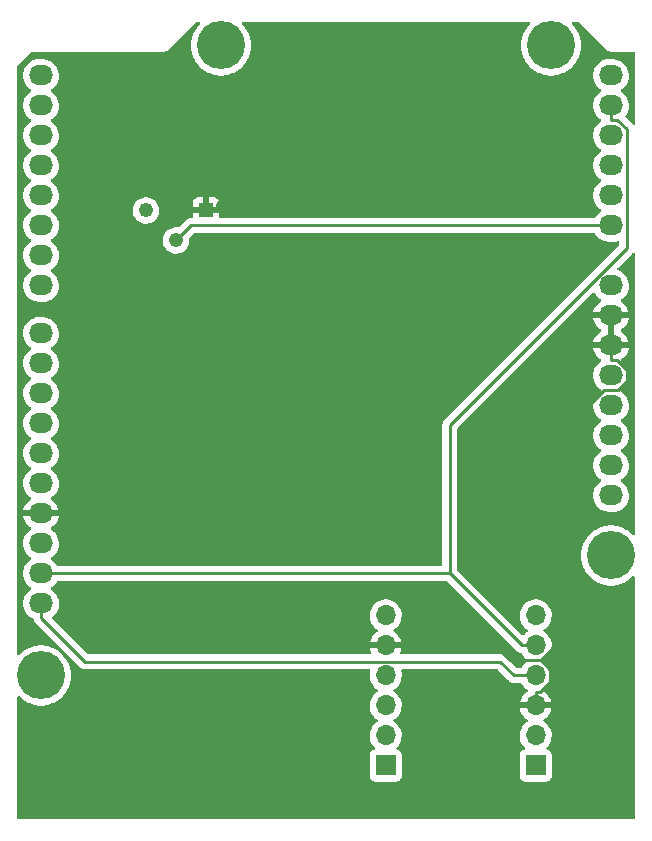
<source format=gbr>
G04 #@! TF.GenerationSoftware,KiCad,Pcbnew,(6.0.5)*
G04 #@! TF.CreationDate,2022-05-09T16:29:05-07:00*
G04 #@! TF.ProjectId,KiCad Project,4b694361-6420-4507-926f-6a6563742e6b,rev?*
G04 #@! TF.SameCoordinates,Original*
G04 #@! TF.FileFunction,Copper,L2,Bot*
G04 #@! TF.FilePolarity,Positive*
%FSLAX46Y46*%
G04 Gerber Fmt 4.6, Leading zero omitted, Abs format (unit mm)*
G04 Created by KiCad (PCBNEW (6.0.5)) date 2022-05-09 16:29:05*
%MOMM*%
%LPD*%
G01*
G04 APERTURE LIST*
G04 #@! TA.AperFunction,ComponentPad*
%ADD10O,2.032000X1.727200*%
G04 #@! TD*
G04 #@! TA.AperFunction,ComponentPad*
%ADD11C,4.064000*%
G04 #@! TD*
G04 #@! TA.AperFunction,ComponentPad*
%ADD12R,1.222000X1.222000*%
G04 #@! TD*
G04 #@! TA.AperFunction,ComponentPad*
%ADD13C,1.222000*%
G04 #@! TD*
G04 #@! TA.AperFunction,ComponentPad*
%ADD14R,1.700000X1.700000*%
G04 #@! TD*
G04 #@! TA.AperFunction,ComponentPad*
%ADD15O,1.700000X1.700000*%
G04 #@! TD*
G04 #@! TA.AperFunction,ViaPad*
%ADD16C,0.600000*%
G04 #@! TD*
G04 #@! TA.AperFunction,Conductor*
%ADD17C,0.250000*%
G04 #@! TD*
G04 APERTURE END LIST*
D10*
G04 #@! TO.P,PORT1,1,Pin_1*
G04 #@! TO.N,unconnected-(P1-Pad1)*
X180848000Y-109855000D03*
G04 #@! TO.P,PORT1,2,Pin_2*
G04 #@! TO.N,/IOREF*
X180848000Y-107315000D03*
G04 #@! TO.P,PORT1,3,Pin_3*
G04 #@! TO.N,/Reset*
X180848000Y-104775000D03*
G04 #@! TO.P,PORT1,4,Pin_4*
G04 #@! TO.N,+3V3*
X180848000Y-102235000D03*
G04 #@! TO.P,PORT1,5,Pin_5*
G04 #@! TO.N,+5V*
X180848000Y-99695000D03*
G04 #@! TO.P,PORT1,6,Pin_6*
G04 #@! TO.N,GND*
X180848000Y-97155000D03*
G04 #@! TO.P,PORT1,7,Pin_7*
X180848000Y-94615000D03*
G04 #@! TO.P,PORT1,8,Pin_8*
G04 #@! TO.N,/Vin*
X180848000Y-92075000D03*
G04 #@! TD*
G04 #@! TO.P,PORT2,1,Pin_1*
G04 #@! TO.N,/A0*
X180848000Y-86995000D03*
G04 #@! TO.P,PORT2,2,Pin_2*
G04 #@! TO.N,/A1*
X180848000Y-84455000D03*
G04 #@! TO.P,PORT2,3,Pin_3*
G04 #@! TO.N,/A2*
X180848000Y-81915000D03*
G04 #@! TO.P,PORT2,4,Pin_4*
G04 #@! TO.N,/A3*
X180848000Y-79375000D03*
G04 #@! TO.P,PORT2,5,Pin_5*
G04 #@! TO.N,/A4(SDA)*
X180848000Y-76835000D03*
G04 #@! TO.P,PORT2,6,Pin_6*
G04 #@! TO.N,/A5(SCL)*
X180848000Y-74295000D03*
G04 #@! TD*
G04 #@! TO.P,PORT3,1,Pin_1*
G04 #@! TO.N,/A5(SCL)*
X132588000Y-118999000D03*
G04 #@! TO.P,PORT3,2,Pin_2*
G04 #@! TO.N,/A4(SDA)*
X132588000Y-116459000D03*
G04 #@! TO.P,PORT3,3,Pin_3*
G04 #@! TO.N,/AREF*
X132588000Y-113919000D03*
G04 #@! TO.P,PORT3,4,Pin_4*
G04 #@! TO.N,GND*
X132588000Y-111379000D03*
G04 #@! TO.P,PORT3,5,Pin_5*
G04 #@! TO.N,/13(SCK)*
X132588000Y-108839000D03*
G04 #@! TO.P,PORT3,6,Pin_6*
G04 #@! TO.N,/12(MISO)*
X132588000Y-106299000D03*
G04 #@! TO.P,PORT3,7,Pin_7*
G04 #@! TO.N,/11(\u002A\u002A{slash}MOSI)*
X132588000Y-103759000D03*
G04 #@! TO.P,PORT3,8,Pin_8*
G04 #@! TO.N,/10(\u002A\u002A{slash}SS)*
X132588000Y-101219000D03*
G04 #@! TO.P,PORT3,9,Pin_9*
G04 #@! TO.N,/9(\u002A\u002A)*
X132588000Y-98679000D03*
G04 #@! TO.P,PORT3,10,Pin_10*
G04 #@! TO.N,/8*
X132588000Y-96139000D03*
G04 #@! TD*
G04 #@! TO.P,PORT4,1,Pin_1*
G04 #@! TO.N,/7*
X132588000Y-92075000D03*
G04 #@! TO.P,PORT4,2,Pin_2*
G04 #@! TO.N,/6(\u002A\u002A)*
X132588000Y-89535000D03*
G04 #@! TO.P,PORT4,3,Pin_3*
G04 #@! TO.N,/5(\u002A\u002A)*
X132588000Y-86995000D03*
G04 #@! TO.P,PORT4,4,Pin_4*
G04 #@! TO.N,/4*
X132588000Y-84455000D03*
G04 #@! TO.P,PORT4,5,Pin_5*
G04 #@! TO.N,/3(\u002A\u002A)*
X132588000Y-81915000D03*
G04 #@! TO.P,PORT4,6,Pin_6*
G04 #@! TO.N,/2*
X132588000Y-79375000D03*
G04 #@! TO.P,PORT4,7,Pin_7*
G04 #@! TO.N,/1(Tx)*
X132588000Y-76835000D03*
G04 #@! TO.P,PORT4,8,Pin_8*
G04 #@! TO.N,/0(Rx)*
X132588000Y-74295000D03*
G04 #@! TD*
D11*
G04 #@! TO.P,P5,1,Pin_1*
G04 #@! TO.N,unconnected-(P5-Pad1)*
X180848000Y-114935000D03*
G04 #@! TD*
G04 #@! TO.P,P6,1,Pin_1*
G04 #@! TO.N,unconnected-(P6-Pad1)*
X175768000Y-71755000D03*
G04 #@! TD*
G04 #@! TO.P,P7,1,Pin_1*
G04 #@! TO.N,unconnected-(P7-Pad1)*
X132588000Y-125095000D03*
G04 #@! TD*
G04 #@! TO.P,P8,1,Pin_1*
G04 #@! TO.N,unconnected-(P8-Pad1)*
X147828000Y-71755000D03*
G04 #@! TD*
D12*
G04 #@! TO.P,VR1,1*
G04 #@! TO.N,GND*
X146558000Y-85725000D03*
D13*
G04 #@! TO.P,VR1,2*
G04 #@! TO.N,/A0*
X144018000Y-88265000D03*
G04 #@! TO.P,VR1,3*
G04 #@! TO.N,+5V*
X141478000Y-85725000D03*
G04 #@! TD*
D14*
G04 #@! TO.P,J2,1,Pin_1*
G04 #@! TO.N,unconnected-(J2-Pad1)*
X161773000Y-132715000D03*
D15*
G04 #@! TO.P,J2,2,Pin_2*
G04 #@! TO.N,unconnected-(J2-Pad2)*
X161773000Y-130175000D03*
G04 #@! TO.P,J2,3,Pin_3*
G04 #@! TO.N,unconnected-(J2-Pad3)*
X161773000Y-127635000D03*
G04 #@! TO.P,J2,4,Pin_4*
G04 #@! TO.N,unconnected-(J2-Pad4)*
X161773000Y-125095000D03*
G04 #@! TO.P,J2,5,Pin_5*
G04 #@! TO.N,GND*
X161773000Y-122555000D03*
G04 #@! TO.P,J2,6,Pin_6*
G04 #@! TO.N,unconnected-(J2-Pad6)*
X161773000Y-120015000D03*
G04 #@! TD*
D14*
G04 #@! TO.P,J1,1,Pin_1*
G04 #@! TO.N,+5V*
X174473000Y-132715000D03*
D15*
G04 #@! TO.P,J1,2,Pin_2*
G04 #@! TO.N,unconnected-(J1-Pad2)*
X174473000Y-130175000D03*
G04 #@! TO.P,J1,3,Pin_3*
G04 #@! TO.N,GND*
X174473000Y-127635000D03*
G04 #@! TO.P,J1,4,Pin_4*
G04 #@! TO.N,/A5(SCL)*
X174473000Y-125095000D03*
G04 #@! TO.P,J1,5,Pin_5*
G04 #@! TO.N,/A4(SDA)*
X174473000Y-122555000D03*
G04 #@! TO.P,J1,6,Pin_6*
G04 #@! TO.N,unconnected-(J1-Pad6)*
X174473000Y-120015000D03*
G04 #@! TD*
D16*
G04 #@! TO.N,GND*
X153130800Y-79580200D03*
G04 #@! TD*
D17*
G04 #@! TO.N,GND*
X182240300Y-99216100D02*
X182240300Y-100199900D01*
X174473000Y-126459700D02*
X174840300Y-126459700D01*
X175655600Y-124600200D02*
X174879300Y-123823800D01*
X168308100Y-122555000D02*
X168758300Y-123005200D01*
X180244800Y-100965000D02*
X177906300Y-103303500D01*
X180848000Y-97155000D02*
X180848000Y-98343900D01*
X147494300Y-85216700D02*
X153130800Y-79580200D01*
X180848000Y-98343900D02*
X181368100Y-98343900D01*
X172308600Y-123787600D02*
X174843000Y-123787600D01*
X161773000Y-122555000D02*
X168308100Y-122555000D01*
X146558000Y-85725000D02*
X147494300Y-85725000D01*
X171526200Y-123005200D02*
X172308600Y-123787600D01*
X174840300Y-126459700D02*
X175655600Y-125644400D01*
X181368100Y-98343900D02*
X182240300Y-99216100D01*
X177906300Y-103303500D02*
X177906300Y-120796800D01*
X182240300Y-100199900D02*
X181475200Y-100965000D01*
X147494300Y-85725000D02*
X147494300Y-85216700D01*
X177906300Y-120796800D02*
X174879300Y-123823800D01*
X174843000Y-123787600D02*
X174879300Y-123823800D01*
X181475200Y-100965000D02*
X180244800Y-100965000D01*
X174473000Y-127635000D02*
X174473000Y-126459700D01*
X175655600Y-125644400D02*
X175655600Y-124600200D01*
X168758300Y-123005200D02*
X171526200Y-123005200D01*
G04 #@! TO.N,/A0*
X145288000Y-86995000D02*
X144018000Y-88265000D01*
X180848000Y-86995000D02*
X145288000Y-86995000D01*
G04 #@! TO.N,/A4(SDA)*
X174473000Y-122555000D02*
X173297700Y-122555000D01*
X132588000Y-116459000D02*
X167201700Y-116459000D01*
X182199000Y-88890200D02*
X182199000Y-78854800D01*
X167201700Y-103887500D02*
X182199000Y-88890200D01*
X182199000Y-78854800D02*
X181368100Y-78023900D01*
X167201700Y-116459000D02*
X173297700Y-122555000D01*
X167201700Y-116459000D02*
X167201700Y-103887500D01*
X181368100Y-78023900D02*
X180848000Y-78023900D01*
X180848000Y-76835000D02*
X180848000Y-78023900D01*
G04 #@! TO.N,/A5(SCL)*
X132588000Y-120187900D02*
X136319800Y-123919700D01*
X136319800Y-123919700D02*
X171485500Y-123919700D01*
X172660800Y-125095000D02*
X173297700Y-125095000D01*
X132588000Y-118999000D02*
X132588000Y-120187900D01*
X174473000Y-125095000D02*
X173297700Y-125095000D01*
X171485500Y-123919700D02*
X172660800Y-125095000D01*
G04 #@! TD*
G04 #@! TA.AperFunction,Conductor*
G04 #@! TO.N,GND*
G36*
X146029997Y-69743502D02*
G01*
X146076490Y-69797158D01*
X146086594Y-69867432D01*
X146057100Y-69932012D01*
X146048129Y-69941350D01*
X145972394Y-70012470D01*
X145768629Y-70258779D01*
X145597341Y-70528685D01*
X145595657Y-70532264D01*
X145595653Y-70532271D01*
X145462922Y-70814340D01*
X145461233Y-70817930D01*
X145362449Y-71121954D01*
X145302549Y-71435961D01*
X145282477Y-71755000D01*
X145302549Y-72074039D01*
X145362449Y-72388046D01*
X145461233Y-72692070D01*
X145462920Y-72695656D01*
X145462922Y-72695660D01*
X145595653Y-72977729D01*
X145595657Y-72977736D01*
X145597341Y-72981315D01*
X145599465Y-72984661D01*
X145599465Y-72984662D01*
X145749415Y-73220944D01*
X145768629Y-73251221D01*
X145771154Y-73254273D01*
X145935326Y-73452722D01*
X145972394Y-73497530D01*
X146205423Y-73716359D01*
X146464041Y-73904256D01*
X146467510Y-73906163D01*
X146467513Y-73906165D01*
X146646544Y-74004588D01*
X146744169Y-74058258D01*
X146905062Y-74121960D01*
X147037707Y-74174478D01*
X147037710Y-74174479D01*
X147041390Y-74175936D01*
X147045224Y-74176920D01*
X147045232Y-74176923D01*
X147231889Y-74224848D01*
X147351017Y-74255435D01*
X147354945Y-74255931D01*
X147354949Y-74255932D01*
X147480642Y-74271810D01*
X147668165Y-74295500D01*
X147987835Y-74295500D01*
X148175358Y-74271810D01*
X148301051Y-74255932D01*
X148301055Y-74255931D01*
X148304983Y-74255435D01*
X148424111Y-74224848D01*
X148610768Y-74176923D01*
X148610776Y-74176920D01*
X148614610Y-74175936D01*
X148618290Y-74174479D01*
X148618293Y-74174478D01*
X148750938Y-74121960D01*
X148911831Y-74058258D01*
X149009457Y-74004588D01*
X149188487Y-73906165D01*
X149188490Y-73906163D01*
X149191959Y-73904256D01*
X149450577Y-73716359D01*
X149683606Y-73497530D01*
X149720675Y-73452722D01*
X149884846Y-73254273D01*
X149887371Y-73251221D01*
X149906586Y-73220944D01*
X150056535Y-72984662D01*
X150056535Y-72984661D01*
X150058659Y-72981315D01*
X150060343Y-72977736D01*
X150060347Y-72977729D01*
X150193078Y-72695660D01*
X150193080Y-72695656D01*
X150194767Y-72692070D01*
X150293551Y-72388046D01*
X150353451Y-72074039D01*
X150373523Y-71755000D01*
X150353451Y-71435961D01*
X150293551Y-71121954D01*
X150194767Y-70817930D01*
X150193078Y-70814340D01*
X150060347Y-70532271D01*
X150060343Y-70532264D01*
X150058659Y-70528685D01*
X149887371Y-70258779D01*
X149683606Y-70012470D01*
X149607871Y-69941350D01*
X149571906Y-69880137D01*
X149574744Y-69809197D01*
X149615484Y-69751053D01*
X149681192Y-69724165D01*
X149694124Y-69723500D01*
X173901876Y-69723500D01*
X173969997Y-69743502D01*
X174016490Y-69797158D01*
X174026594Y-69867432D01*
X173997100Y-69932012D01*
X173988129Y-69941350D01*
X173912394Y-70012470D01*
X173708629Y-70258779D01*
X173537341Y-70528685D01*
X173535657Y-70532264D01*
X173535653Y-70532271D01*
X173402922Y-70814340D01*
X173401233Y-70817930D01*
X173302449Y-71121954D01*
X173242549Y-71435961D01*
X173222477Y-71755000D01*
X173242549Y-72074039D01*
X173302449Y-72388046D01*
X173401233Y-72692070D01*
X173402920Y-72695656D01*
X173402922Y-72695660D01*
X173535653Y-72977729D01*
X173535657Y-72977736D01*
X173537341Y-72981315D01*
X173539465Y-72984661D01*
X173539465Y-72984662D01*
X173689415Y-73220944D01*
X173708629Y-73251221D01*
X173711154Y-73254273D01*
X173875326Y-73452722D01*
X173912394Y-73497530D01*
X174145423Y-73716359D01*
X174404041Y-73904256D01*
X174407510Y-73906163D01*
X174407513Y-73906165D01*
X174586544Y-74004588D01*
X174684169Y-74058258D01*
X174845062Y-74121960D01*
X174977707Y-74174478D01*
X174977710Y-74174479D01*
X174981390Y-74175936D01*
X174985224Y-74176920D01*
X174985232Y-74176923D01*
X175171889Y-74224848D01*
X175291017Y-74255435D01*
X175294945Y-74255931D01*
X175294949Y-74255932D01*
X175420642Y-74271810D01*
X175608165Y-74295500D01*
X175927835Y-74295500D01*
X176115358Y-74271810D01*
X176241051Y-74255932D01*
X176241055Y-74255931D01*
X176244983Y-74255435D01*
X176364111Y-74224848D01*
X176550768Y-74176923D01*
X176550776Y-74176920D01*
X176554610Y-74175936D01*
X176558290Y-74174479D01*
X176558293Y-74174478D01*
X176690938Y-74121960D01*
X176851831Y-74058258D01*
X176949457Y-74004588D01*
X177128487Y-73906165D01*
X177128490Y-73906163D01*
X177131959Y-73904256D01*
X177390577Y-73716359D01*
X177623606Y-73497530D01*
X177660675Y-73452722D01*
X177824846Y-73254273D01*
X177827371Y-73251221D01*
X177846586Y-73220944D01*
X177996535Y-72984662D01*
X177996535Y-72984661D01*
X177998659Y-72981315D01*
X178000343Y-72977736D01*
X178000347Y-72977729D01*
X178133078Y-72695660D01*
X178133080Y-72695656D01*
X178134767Y-72692070D01*
X178233551Y-72388046D01*
X178293451Y-72074039D01*
X178313523Y-71755000D01*
X178293451Y-71435961D01*
X178233551Y-71121954D01*
X178134767Y-70817930D01*
X178133078Y-70814340D01*
X178000347Y-70532271D01*
X178000343Y-70532264D01*
X177998659Y-70528685D01*
X177827371Y-70258779D01*
X177623606Y-70012470D01*
X177547871Y-69941350D01*
X177511906Y-69880137D01*
X177514744Y-69809197D01*
X177555484Y-69751053D01*
X177621192Y-69724165D01*
X177634124Y-69723500D01*
X178045183Y-69723500D01*
X178113304Y-69743502D01*
X178134278Y-69760405D01*
X180438180Y-72064308D01*
X180445800Y-72073845D01*
X180446169Y-72073531D01*
X180451984Y-72080364D01*
X180456776Y-72087958D01*
X180468799Y-72098576D01*
X180497116Y-72123585D01*
X180502803Y-72128931D01*
X180514254Y-72140382D01*
X180522638Y-72146666D01*
X180530463Y-72153037D01*
X180565951Y-72184378D01*
X180574075Y-72188192D01*
X180576553Y-72189820D01*
X180591534Y-72198822D01*
X180594115Y-72200235D01*
X180601295Y-72205616D01*
X180645650Y-72222244D01*
X180654948Y-72226162D01*
X180697800Y-72246281D01*
X180706666Y-72247662D01*
X180709467Y-72248518D01*
X180726404Y-72252962D01*
X180729284Y-72253595D01*
X180737684Y-72256744D01*
X180746629Y-72257409D01*
X180746630Y-72257409D01*
X180784889Y-72260252D01*
X180794937Y-72261406D01*
X180798856Y-72262016D01*
X180808386Y-72263500D01*
X180823923Y-72263500D01*
X180833261Y-72263847D01*
X180873990Y-72266874D01*
X180873991Y-72266874D01*
X180882941Y-72267539D01*
X180891716Y-72265666D01*
X180899973Y-72265103D01*
X180915162Y-72263500D01*
X182753500Y-72263500D01*
X182821621Y-72283502D01*
X182868114Y-72337158D01*
X182879500Y-72389500D01*
X182879500Y-78329886D01*
X182859498Y-78398007D01*
X182805842Y-78444500D01*
X182735568Y-78454604D01*
X182670988Y-78425110D01*
X182667255Y-78421523D01*
X182664472Y-78417693D01*
X182658372Y-78412647D01*
X182658365Y-78412639D01*
X182630396Y-78389501D01*
X182621618Y-78381513D01*
X182089881Y-77849776D01*
X182055855Y-77787464D01*
X182060920Y-77716649D01*
X182077887Y-77685468D01*
X182167570Y-77564930D01*
X182167572Y-77564927D01*
X182170754Y-77560650D01*
X182276286Y-77353084D01*
X182315906Y-77225486D01*
X182343753Y-77135807D01*
X182343754Y-77135801D01*
X182345337Y-77130704D01*
X182375932Y-76899868D01*
X182367197Y-76667178D01*
X182319380Y-76439287D01*
X182233850Y-76222710D01*
X182113051Y-76023641D01*
X181960439Y-75847770D01*
X181956313Y-75844387D01*
X181956309Y-75844383D01*
X181784504Y-75703513D01*
X181780376Y-75700128D01*
X181775740Y-75697489D01*
X181775737Y-75697487D01*
X181734748Y-75674155D01*
X181685442Y-75623073D01*
X181671580Y-75553442D01*
X181697563Y-75487371D01*
X181726713Y-75460133D01*
X181778842Y-75425037D01*
X181863272Y-75368196D01*
X182031758Y-75207468D01*
X182170754Y-75020650D01*
X182276286Y-74813084D01*
X182315906Y-74685486D01*
X182343753Y-74595807D01*
X182343754Y-74595801D01*
X182345337Y-74590704D01*
X182375932Y-74359868D01*
X182367197Y-74127178D01*
X182319380Y-73899287D01*
X182233850Y-73682710D01*
X182113051Y-73483641D01*
X182022117Y-73378848D01*
X181963939Y-73311803D01*
X181963937Y-73311801D01*
X181960439Y-73307770D01*
X181956313Y-73304387D01*
X181956309Y-73304383D01*
X181784504Y-73163513D01*
X181780376Y-73160128D01*
X181775740Y-73157489D01*
X181775737Y-73157487D01*
X181582654Y-73047578D01*
X181578011Y-73044935D01*
X181572995Y-73043114D01*
X181572990Y-73043112D01*
X181364146Y-72967305D01*
X181364142Y-72967304D01*
X181359131Y-72965485D01*
X181353882Y-72964536D01*
X181353879Y-72964535D01*
X181273771Y-72950049D01*
X181129993Y-72924050D01*
X181125854Y-72923855D01*
X181125847Y-72923854D01*
X181107095Y-72922970D01*
X181107086Y-72922970D01*
X181105606Y-72922900D01*
X180637132Y-72922900D01*
X180569625Y-72928628D01*
X180468891Y-72937175D01*
X180468887Y-72937176D01*
X180463580Y-72937626D01*
X180458423Y-72938964D01*
X180458420Y-72938965D01*
X180243363Y-72994783D01*
X180243359Y-72994784D01*
X180238194Y-72996125D01*
X180233328Y-72998317D01*
X180233325Y-72998318D01*
X180194721Y-73015708D01*
X180025887Y-73091762D01*
X179832728Y-73221804D01*
X179664242Y-73382532D01*
X179525246Y-73569350D01*
X179419714Y-73776916D01*
X179385189Y-73888106D01*
X179352247Y-73994193D01*
X179352246Y-73994199D01*
X179350663Y-73999296D01*
X179320068Y-74230132D01*
X179320268Y-74235462D01*
X179320268Y-74235463D01*
X179322503Y-74295003D01*
X179328803Y-74462822D01*
X179376620Y-74690713D01*
X179462150Y-74907290D01*
X179582949Y-75106359D01*
X179735561Y-75282230D01*
X179739687Y-75285613D01*
X179739691Y-75285617D01*
X179835915Y-75364515D01*
X179915624Y-75429872D01*
X179920260Y-75432511D01*
X179920263Y-75432513D01*
X179961252Y-75455845D01*
X180010558Y-75506927D01*
X180024420Y-75576558D01*
X179998437Y-75642629D01*
X179969287Y-75669867D01*
X179832728Y-75761804D01*
X179664242Y-75922532D01*
X179525246Y-76109350D01*
X179419714Y-76316916D01*
X179385188Y-76428106D01*
X179352247Y-76534193D01*
X179352246Y-76534199D01*
X179350663Y-76539296D01*
X179320068Y-76770132D01*
X179328803Y-77002822D01*
X179376620Y-77230713D01*
X179462150Y-77447290D01*
X179582949Y-77646359D01*
X179735561Y-77822230D01*
X179739687Y-77825613D01*
X179739691Y-77825617D01*
X179835915Y-77904515D01*
X179915624Y-77969872D01*
X179920260Y-77972511D01*
X179920263Y-77972513D01*
X179961252Y-77995845D01*
X180010558Y-78046927D01*
X180024420Y-78116558D01*
X179998437Y-78182629D01*
X179969287Y-78209867D01*
X179832728Y-78301804D01*
X179828871Y-78305483D01*
X179828869Y-78305485D01*
X179749172Y-78381513D01*
X179664242Y-78462532D01*
X179525246Y-78649350D01*
X179419714Y-78856916D01*
X179385189Y-78968106D01*
X179352247Y-79074193D01*
X179352246Y-79074199D01*
X179350663Y-79079296D01*
X179320068Y-79310132D01*
X179328803Y-79542822D01*
X179376620Y-79770713D01*
X179462150Y-79987290D01*
X179582949Y-80186359D01*
X179735561Y-80362230D01*
X179739687Y-80365613D01*
X179739691Y-80365617D01*
X179835915Y-80444515D01*
X179915624Y-80509872D01*
X179920260Y-80512511D01*
X179920263Y-80512513D01*
X179961252Y-80535845D01*
X180010558Y-80586927D01*
X180024420Y-80656558D01*
X179998437Y-80722629D01*
X179969287Y-80749867D01*
X179832728Y-80841804D01*
X179664242Y-81002532D01*
X179525246Y-81189350D01*
X179419714Y-81396916D01*
X179385188Y-81508106D01*
X179352247Y-81614193D01*
X179352246Y-81614199D01*
X179350663Y-81619296D01*
X179320068Y-81850132D01*
X179328803Y-82082822D01*
X179376620Y-82310713D01*
X179462150Y-82527290D01*
X179582949Y-82726359D01*
X179735561Y-82902230D01*
X179739687Y-82905613D01*
X179739691Y-82905617D01*
X179835915Y-82984515D01*
X179915624Y-83049872D01*
X179920260Y-83052511D01*
X179920263Y-83052513D01*
X179961252Y-83075845D01*
X180010558Y-83126927D01*
X180024420Y-83196558D01*
X179998437Y-83262629D01*
X179969287Y-83289867D01*
X179832728Y-83381804D01*
X179664242Y-83542532D01*
X179525246Y-83729350D01*
X179419714Y-83936916D01*
X179385188Y-84048106D01*
X179352247Y-84154193D01*
X179352246Y-84154199D01*
X179350663Y-84159296D01*
X179320068Y-84390132D01*
X179328803Y-84622822D01*
X179376620Y-84850713D01*
X179462150Y-85067290D01*
X179582949Y-85266359D01*
X179586446Y-85270389D01*
X179636133Y-85327648D01*
X179735561Y-85442230D01*
X179739687Y-85445613D01*
X179739691Y-85445617D01*
X179802337Y-85496983D01*
X179915624Y-85589872D01*
X179920260Y-85592511D01*
X179920263Y-85592513D01*
X179961252Y-85615845D01*
X180010558Y-85666927D01*
X180024420Y-85736558D01*
X179998437Y-85802629D01*
X179969287Y-85829867D01*
X179832728Y-85921804D01*
X179828871Y-85925483D01*
X179828869Y-85925485D01*
X179769756Y-85981876D01*
X179664242Y-86082532D01*
X179525246Y-86269350D01*
X179513423Y-86292605D01*
X179464719Y-86344263D01*
X179401106Y-86361500D01*
X147803000Y-86361500D01*
X147734879Y-86341498D01*
X147688386Y-86287842D01*
X147677000Y-86235500D01*
X147677000Y-85997115D01*
X147672525Y-85981876D01*
X147671135Y-85980671D01*
X147663452Y-85979000D01*
X145457116Y-85979000D01*
X145441877Y-85983475D01*
X145440672Y-85984865D01*
X145439001Y-85992548D01*
X145439001Y-86234339D01*
X145418999Y-86302460D01*
X145365343Y-86348953D01*
X145316961Y-86360277D01*
X145283807Y-86361319D01*
X145280013Y-86361438D01*
X145276055Y-86361500D01*
X145248144Y-86361500D01*
X145244210Y-86361997D01*
X145244209Y-86361997D01*
X145244144Y-86362005D01*
X145232307Y-86362938D01*
X145200490Y-86363938D01*
X145196029Y-86364078D01*
X145188110Y-86364327D01*
X145170454Y-86369456D01*
X145168658Y-86369978D01*
X145149306Y-86373986D01*
X145142235Y-86374880D01*
X145129203Y-86376526D01*
X145121834Y-86379443D01*
X145121832Y-86379444D01*
X145088097Y-86392800D01*
X145076869Y-86396645D01*
X145034407Y-86408982D01*
X145027585Y-86413016D01*
X145027579Y-86413019D01*
X145016968Y-86419294D01*
X144999218Y-86427990D01*
X144987756Y-86432528D01*
X144987751Y-86432531D01*
X144980383Y-86435448D01*
X144973968Y-86440109D01*
X144944625Y-86461427D01*
X144934707Y-86467943D01*
X144919535Y-86476916D01*
X144896637Y-86490458D01*
X144882313Y-86504782D01*
X144867281Y-86517621D01*
X144850893Y-86529528D01*
X144822712Y-86563593D01*
X144814722Y-86572373D01*
X144270482Y-87116613D01*
X144208170Y-87150639D01*
X144156806Y-87151097D01*
X144135521Y-87146863D01*
X144129746Y-87146787D01*
X144129742Y-87146787D01*
X144026952Y-87145442D01*
X143929789Y-87144170D01*
X143924092Y-87145149D01*
X143924091Y-87145149D01*
X143732708Y-87178034D01*
X143732707Y-87178034D01*
X143727011Y-87179013D01*
X143533978Y-87250227D01*
X143357155Y-87355425D01*
X143352815Y-87359231D01*
X143352811Y-87359234D01*
X143206805Y-87487279D01*
X143202464Y-87491086D01*
X143198889Y-87495621D01*
X143198888Y-87495622D01*
X143110857Y-87607290D01*
X143075086Y-87652665D01*
X143072395Y-87657781D01*
X143072393Y-87657783D01*
X142996623Y-87801799D01*
X142979286Y-87834751D01*
X142918273Y-88031246D01*
X142894089Y-88235569D01*
X142907546Y-88440879D01*
X142958192Y-88640298D01*
X143044331Y-88827148D01*
X143163079Y-88995172D01*
X143167213Y-88999199D01*
X143305916Y-89134317D01*
X143310458Y-89138742D01*
X143481532Y-89253051D01*
X143486835Y-89255329D01*
X143486838Y-89255331D01*
X143663246Y-89331121D01*
X143670573Y-89334269D01*
X143743700Y-89350816D01*
X143865613Y-89378402D01*
X143865618Y-89378403D01*
X143871250Y-89379677D01*
X143877021Y-89379904D01*
X143877023Y-89379904D01*
X143935462Y-89382200D01*
X144076841Y-89387755D01*
X144280462Y-89358232D01*
X144356122Y-89332549D01*
X144469820Y-89293954D01*
X144469825Y-89293952D01*
X144475292Y-89292096D01*
X144540941Y-89255331D01*
X144612526Y-89215241D01*
X144654808Y-89191562D01*
X144723638Y-89134317D01*
X144808565Y-89063683D01*
X144812997Y-89059997D01*
X144848827Y-89016916D01*
X144940868Y-88906250D01*
X144940870Y-88906247D01*
X144944562Y-88901808D01*
X145045096Y-88722292D01*
X145046952Y-88716825D01*
X145046954Y-88716820D01*
X145109376Y-88532930D01*
X145109376Y-88532929D01*
X145111232Y-88527462D01*
X145140755Y-88323841D01*
X145142296Y-88265000D01*
X145131381Y-88146215D01*
X145128483Y-88114669D01*
X145142168Y-88045004D01*
X145164859Y-88014045D01*
X145513499Y-87665405D01*
X145575811Y-87631379D01*
X145602594Y-87628500D01*
X179404096Y-87628500D01*
X179472217Y-87648502D01*
X179511814Y-87689133D01*
X179582949Y-87806359D01*
X179586446Y-87810389D01*
X179612374Y-87840268D01*
X179735561Y-87982230D01*
X179739687Y-87985613D01*
X179739691Y-87985617D01*
X179826095Y-88056463D01*
X179915624Y-88129872D01*
X179920260Y-88132511D01*
X179920263Y-88132513D01*
X179961252Y-88155845D01*
X180117989Y-88245065D01*
X180123005Y-88246886D01*
X180123010Y-88246888D01*
X180331854Y-88322695D01*
X180331858Y-88322696D01*
X180336869Y-88324515D01*
X180342118Y-88325464D01*
X180342121Y-88325465D01*
X180422229Y-88339951D01*
X180566007Y-88365950D01*
X180570146Y-88366145D01*
X180570153Y-88366146D01*
X180588905Y-88367030D01*
X180588914Y-88367030D01*
X180590394Y-88367100D01*
X181058868Y-88367100D01*
X181126375Y-88361372D01*
X181227109Y-88352825D01*
X181227113Y-88352824D01*
X181232420Y-88352374D01*
X181407846Y-88306842D01*
X181478806Y-88309089D01*
X181537288Y-88349343D01*
X181564723Y-88414825D01*
X181565500Y-88428801D01*
X181565500Y-88575606D01*
X181545498Y-88643727D01*
X181528595Y-88664701D01*
X174124447Y-96068848D01*
X166809447Y-103383848D01*
X166801161Y-103391388D01*
X166794682Y-103395500D01*
X166789257Y-103401277D01*
X166748057Y-103445151D01*
X166745302Y-103447993D01*
X166725565Y-103467730D01*
X166723085Y-103470927D01*
X166715382Y-103479947D01*
X166685114Y-103512179D01*
X166681295Y-103519125D01*
X166681293Y-103519128D01*
X166675352Y-103529934D01*
X166664501Y-103546453D01*
X166652086Y-103562459D01*
X166648941Y-103569728D01*
X166648938Y-103569732D01*
X166634526Y-103603037D01*
X166629309Y-103613687D01*
X166608005Y-103652440D01*
X166606034Y-103660115D01*
X166606034Y-103660116D01*
X166602967Y-103672062D01*
X166596563Y-103690766D01*
X166591787Y-103701804D01*
X166588519Y-103709355D01*
X166587280Y-103717178D01*
X166587277Y-103717188D01*
X166581601Y-103753024D01*
X166579195Y-103764644D01*
X166573258Y-103787770D01*
X166568200Y-103807470D01*
X166568200Y-103827724D01*
X166566649Y-103847434D01*
X166563480Y-103867443D01*
X166564226Y-103875335D01*
X166567641Y-103911461D01*
X166568200Y-103923319D01*
X166568200Y-115699500D01*
X166548198Y-115767621D01*
X166494542Y-115814114D01*
X166442200Y-115825500D01*
X134031904Y-115825500D01*
X133963783Y-115805498D01*
X133924185Y-115764866D01*
X133855818Y-115652201D01*
X133853051Y-115647641D01*
X133787259Y-115571822D01*
X133703939Y-115475803D01*
X133703937Y-115475801D01*
X133700439Y-115471770D01*
X133696313Y-115468387D01*
X133696309Y-115468383D01*
X133524504Y-115327513D01*
X133520376Y-115324128D01*
X133515740Y-115321489D01*
X133515737Y-115321487D01*
X133474748Y-115298155D01*
X133425442Y-115247073D01*
X133411580Y-115177442D01*
X133437563Y-115111371D01*
X133466713Y-115084133D01*
X133518842Y-115049037D01*
X133603272Y-114992196D01*
X133771758Y-114831468D01*
X133910754Y-114644650D01*
X134016286Y-114437084D01*
X134059418Y-114298178D01*
X134083753Y-114219807D01*
X134083754Y-114219801D01*
X134085337Y-114214704D01*
X134113568Y-114001703D01*
X134115232Y-113989152D01*
X134115232Y-113989148D01*
X134115932Y-113983868D01*
X134107197Y-113751178D01*
X134059380Y-113523287D01*
X133973850Y-113306710D01*
X133853051Y-113107641D01*
X133736773Y-112973641D01*
X133703939Y-112935803D01*
X133703937Y-112935801D01*
X133700439Y-112931770D01*
X133696313Y-112928387D01*
X133696309Y-112928383D01*
X133575374Y-112829224D01*
X133520376Y-112784128D01*
X133474261Y-112757878D01*
X133424956Y-112706798D01*
X133411094Y-112637168D01*
X133437077Y-112571096D01*
X133466227Y-112543857D01*
X133598530Y-112454785D01*
X133606816Y-112448124D01*
X133767520Y-112294820D01*
X133774569Y-112286852D01*
X133907144Y-112108664D01*
X133912743Y-112099634D01*
X134013402Y-111901653D01*
X134017405Y-111891792D01*
X134083263Y-111679699D01*
X134085548Y-111669304D01*
X134087980Y-111650959D01*
X134085783Y-111636792D01*
X134072599Y-111633000D01*
X131105512Y-111633000D01*
X131091981Y-111636973D01*
X131090456Y-111647580D01*
X131116004Y-111769343D01*
X131119064Y-111779539D01*
X131200637Y-111986097D01*
X131205371Y-111995634D01*
X131320586Y-112185503D01*
X131326850Y-112194093D01*
X131472411Y-112361837D01*
X131480041Y-112369257D01*
X131651780Y-112510073D01*
X131660551Y-112516102D01*
X131701715Y-112539533D01*
X131751022Y-112590615D01*
X131764884Y-112660245D01*
X131738901Y-112726316D01*
X131709751Y-112753555D01*
X131572728Y-112845804D01*
X131404242Y-113006532D01*
X131265246Y-113193350D01*
X131159714Y-113400916D01*
X131146917Y-113442130D01*
X131092247Y-113618193D01*
X131092246Y-113618199D01*
X131090663Y-113623296D01*
X131060068Y-113854132D01*
X131068803Y-114086822D01*
X131069898Y-114092040D01*
X131113151Y-114298178D01*
X131116620Y-114314713D01*
X131202150Y-114531290D01*
X131322949Y-114730359D01*
X131475561Y-114906230D01*
X131479687Y-114909613D01*
X131479691Y-114909617D01*
X131575915Y-114988515D01*
X131655624Y-115053872D01*
X131660260Y-115056511D01*
X131660263Y-115056513D01*
X131701252Y-115079845D01*
X131750558Y-115130927D01*
X131764420Y-115200558D01*
X131738437Y-115266629D01*
X131709287Y-115293867D01*
X131572728Y-115385804D01*
X131404242Y-115546532D01*
X131265246Y-115733350D01*
X131159714Y-115940916D01*
X131125189Y-116052106D01*
X131092247Y-116158193D01*
X131092246Y-116158199D01*
X131090663Y-116163296D01*
X131060068Y-116394132D01*
X131068803Y-116626822D01*
X131116620Y-116854713D01*
X131202150Y-117071290D01*
X131322949Y-117270359D01*
X131326446Y-117274389D01*
X131466194Y-117435435D01*
X131475561Y-117446230D01*
X131479687Y-117449613D01*
X131479691Y-117449617D01*
X131510652Y-117475003D01*
X131655624Y-117593872D01*
X131660260Y-117596511D01*
X131660263Y-117596513D01*
X131701252Y-117619845D01*
X131750558Y-117670927D01*
X131764420Y-117740558D01*
X131738437Y-117806629D01*
X131709287Y-117833867D01*
X131572728Y-117925804D01*
X131404242Y-118086532D01*
X131265246Y-118273350D01*
X131159714Y-118480916D01*
X131125188Y-118592106D01*
X131092247Y-118698193D01*
X131092246Y-118698199D01*
X131090663Y-118703296D01*
X131081834Y-118769912D01*
X131066872Y-118882800D01*
X131060068Y-118934132D01*
X131068803Y-119166822D01*
X131069898Y-119172040D01*
X131112608Y-119375590D01*
X131116620Y-119394713D01*
X131202150Y-119611290D01*
X131322949Y-119810359D01*
X131326446Y-119814389D01*
X131471626Y-119981695D01*
X131475561Y-119986230D01*
X131479687Y-119989613D01*
X131479691Y-119989617D01*
X131575915Y-120068515D01*
X131655624Y-120133872D01*
X131660260Y-120136511D01*
X131660263Y-120136513D01*
X131828719Y-120232403D01*
X131857989Y-120249065D01*
X131863008Y-120250887D01*
X131863017Y-120250891D01*
X131891966Y-120261399D01*
X131949174Y-120303444D01*
X131969310Y-120344983D01*
X131969526Y-120346697D01*
X131972447Y-120354074D01*
X131972447Y-120354075D01*
X131985804Y-120387812D01*
X131989649Y-120399042D01*
X131997895Y-120427425D01*
X132001982Y-120441493D01*
X132006015Y-120448312D01*
X132006017Y-120448317D01*
X132012293Y-120458928D01*
X132020988Y-120476676D01*
X132028448Y-120495517D01*
X132033110Y-120501933D01*
X132033110Y-120501934D01*
X132054436Y-120531287D01*
X132060952Y-120541207D01*
X132083458Y-120579262D01*
X132097779Y-120593583D01*
X132110619Y-120608616D01*
X132122528Y-120625007D01*
X132128634Y-120630058D01*
X132156605Y-120653198D01*
X132165384Y-120661188D01*
X135816143Y-124311947D01*
X135823687Y-124320237D01*
X135827800Y-124326718D01*
X135833577Y-124332143D01*
X135877467Y-124373358D01*
X135880309Y-124376113D01*
X135900030Y-124395834D01*
X135903225Y-124398312D01*
X135912247Y-124406018D01*
X135944479Y-124436286D01*
X135951428Y-124440106D01*
X135962232Y-124446046D01*
X135978756Y-124456899D01*
X135994759Y-124469313D01*
X136035343Y-124486876D01*
X136045973Y-124492083D01*
X136084740Y-124513395D01*
X136092417Y-124515366D01*
X136092422Y-124515368D01*
X136104358Y-124518432D01*
X136123066Y-124524837D01*
X136141655Y-124532881D01*
X136149483Y-124534121D01*
X136149490Y-124534123D01*
X136185324Y-124539799D01*
X136196944Y-124542205D01*
X136232089Y-124551228D01*
X136239770Y-124553200D01*
X136260024Y-124553200D01*
X136279734Y-124554751D01*
X136299743Y-124557920D01*
X136307635Y-124557174D01*
X136343761Y-124553759D01*
X136355619Y-124553200D01*
X160347709Y-124553200D01*
X160415830Y-124573202D01*
X160462323Y-124626858D01*
X160472427Y-124697132D01*
X160469127Y-124712867D01*
X160433989Y-124839570D01*
X160410251Y-125061695D01*
X160410548Y-125066848D01*
X160410548Y-125066851D01*
X160416011Y-125161590D01*
X160423110Y-125284715D01*
X160424247Y-125289761D01*
X160424248Y-125289767D01*
X160444119Y-125377939D01*
X160472222Y-125502639D01*
X160533673Y-125653976D01*
X160537000Y-125662168D01*
X160556266Y-125709616D01*
X160570731Y-125733220D01*
X160670291Y-125895688D01*
X160672987Y-125900088D01*
X160819250Y-126068938D01*
X160991126Y-126211632D01*
X161061595Y-126252811D01*
X161064445Y-126254476D01*
X161113169Y-126306114D01*
X161126240Y-126375897D01*
X161099509Y-126441669D01*
X161059055Y-126475027D01*
X161046607Y-126481507D01*
X161042474Y-126484610D01*
X161042471Y-126484612D01*
X160872100Y-126612530D01*
X160867965Y-126615635D01*
X160713629Y-126777138D01*
X160710715Y-126781410D01*
X160710714Y-126781411D01*
X160698404Y-126799457D01*
X160587743Y-126961680D01*
X160493688Y-127164305D01*
X160433989Y-127379570D01*
X160410251Y-127601695D01*
X160410548Y-127606848D01*
X160410548Y-127606851D01*
X160416011Y-127701590D01*
X160423110Y-127824715D01*
X160424247Y-127829761D01*
X160424248Y-127829767D01*
X160437597Y-127889000D01*
X160472222Y-128042639D01*
X160556266Y-128249616D01*
X160672987Y-128440088D01*
X160819250Y-128608938D01*
X160991126Y-128751632D01*
X161061595Y-128792811D01*
X161064445Y-128794476D01*
X161113169Y-128846114D01*
X161126240Y-128915897D01*
X161099509Y-128981669D01*
X161059055Y-129015027D01*
X161046607Y-129021507D01*
X161042474Y-129024610D01*
X161042471Y-129024612D01*
X161018247Y-129042800D01*
X160867965Y-129155635D01*
X160713629Y-129317138D01*
X160587743Y-129501680D01*
X160493688Y-129704305D01*
X160433989Y-129919570D01*
X160410251Y-130141695D01*
X160410548Y-130146848D01*
X160410548Y-130146851D01*
X160416011Y-130241590D01*
X160423110Y-130364715D01*
X160424247Y-130369761D01*
X160424248Y-130369767D01*
X160444119Y-130457939D01*
X160472222Y-130582639D01*
X160556266Y-130789616D01*
X160672987Y-130980088D01*
X160819250Y-131148938D01*
X160823230Y-131152242D01*
X160827981Y-131156187D01*
X160867616Y-131215090D01*
X160869113Y-131286071D01*
X160831997Y-131346593D01*
X160791724Y-131371112D01*
X160676295Y-131414385D01*
X160559739Y-131501739D01*
X160472385Y-131618295D01*
X160421255Y-131754684D01*
X160414500Y-131816866D01*
X160414500Y-133613134D01*
X160421255Y-133675316D01*
X160472385Y-133811705D01*
X160559739Y-133928261D01*
X160676295Y-134015615D01*
X160812684Y-134066745D01*
X160874866Y-134073500D01*
X162671134Y-134073500D01*
X162733316Y-134066745D01*
X162869705Y-134015615D01*
X162986261Y-133928261D01*
X163073615Y-133811705D01*
X163124745Y-133675316D01*
X163131500Y-133613134D01*
X163131500Y-131816866D01*
X163124745Y-131754684D01*
X163073615Y-131618295D01*
X162986261Y-131501739D01*
X162869705Y-131414385D01*
X162857132Y-131409672D01*
X162751203Y-131369960D01*
X162694439Y-131327318D01*
X162669739Y-131260756D01*
X162684947Y-131191408D01*
X162706493Y-131162727D01*
X162807435Y-131062137D01*
X162811096Y-131058489D01*
X162870594Y-130975689D01*
X162938435Y-130881277D01*
X162941453Y-130877077D01*
X163040430Y-130676811D01*
X163105370Y-130463069D01*
X163134529Y-130241590D01*
X163136156Y-130175000D01*
X163133418Y-130141695D01*
X173110251Y-130141695D01*
X173110548Y-130146848D01*
X173110548Y-130146851D01*
X173116011Y-130241590D01*
X173123110Y-130364715D01*
X173124247Y-130369761D01*
X173124248Y-130369767D01*
X173144119Y-130457939D01*
X173172222Y-130582639D01*
X173256266Y-130789616D01*
X173372987Y-130980088D01*
X173519250Y-131148938D01*
X173523230Y-131152242D01*
X173527981Y-131156187D01*
X173567616Y-131215090D01*
X173569113Y-131286071D01*
X173531997Y-131346593D01*
X173491724Y-131371112D01*
X173376295Y-131414385D01*
X173259739Y-131501739D01*
X173172385Y-131618295D01*
X173121255Y-131754684D01*
X173114500Y-131816866D01*
X173114500Y-133613134D01*
X173121255Y-133675316D01*
X173172385Y-133811705D01*
X173259739Y-133928261D01*
X173376295Y-134015615D01*
X173512684Y-134066745D01*
X173574866Y-134073500D01*
X175371134Y-134073500D01*
X175433316Y-134066745D01*
X175569705Y-134015615D01*
X175686261Y-133928261D01*
X175773615Y-133811705D01*
X175824745Y-133675316D01*
X175831500Y-133613134D01*
X175831500Y-131816866D01*
X175824745Y-131754684D01*
X175773615Y-131618295D01*
X175686261Y-131501739D01*
X175569705Y-131414385D01*
X175557132Y-131409672D01*
X175451203Y-131369960D01*
X175394439Y-131327318D01*
X175369739Y-131260756D01*
X175384947Y-131191408D01*
X175406493Y-131162727D01*
X175507435Y-131062137D01*
X175511096Y-131058489D01*
X175570594Y-130975689D01*
X175638435Y-130881277D01*
X175641453Y-130877077D01*
X175740430Y-130676811D01*
X175805370Y-130463069D01*
X175834529Y-130241590D01*
X175836156Y-130175000D01*
X175817852Y-129952361D01*
X175763431Y-129735702D01*
X175674354Y-129530840D01*
X175553014Y-129343277D01*
X175402670Y-129178051D01*
X175398619Y-129174852D01*
X175398615Y-129174848D01*
X175231414Y-129042800D01*
X175231410Y-129042798D01*
X175227359Y-129039598D01*
X175185569Y-129016529D01*
X175135598Y-128966097D01*
X175120826Y-128896654D01*
X175145942Y-128830248D01*
X175173294Y-128803641D01*
X175348328Y-128678792D01*
X175356200Y-128672139D01*
X175507052Y-128521812D01*
X175513730Y-128513965D01*
X175638003Y-128341020D01*
X175643313Y-128332183D01*
X175737670Y-128141267D01*
X175741469Y-128131672D01*
X175803377Y-127927910D01*
X175805555Y-127917837D01*
X175806986Y-127906962D01*
X175804775Y-127892778D01*
X175791617Y-127889000D01*
X173156225Y-127889000D01*
X173142694Y-127892973D01*
X173141257Y-127902966D01*
X173171565Y-128037446D01*
X173174645Y-128047275D01*
X173254770Y-128244603D01*
X173259413Y-128253794D01*
X173370694Y-128435388D01*
X173376777Y-128443699D01*
X173516213Y-128604667D01*
X173523580Y-128611883D01*
X173687434Y-128747916D01*
X173695881Y-128753831D01*
X173764969Y-128794203D01*
X173813693Y-128845842D01*
X173826764Y-128915625D01*
X173800033Y-128981396D01*
X173759584Y-129014752D01*
X173746607Y-129021507D01*
X173742474Y-129024610D01*
X173742471Y-129024612D01*
X173718247Y-129042800D01*
X173567965Y-129155635D01*
X173413629Y-129317138D01*
X173287743Y-129501680D01*
X173193688Y-129704305D01*
X173133989Y-129919570D01*
X173110251Y-130141695D01*
X163133418Y-130141695D01*
X163117852Y-129952361D01*
X163063431Y-129735702D01*
X162974354Y-129530840D01*
X162853014Y-129343277D01*
X162702670Y-129178051D01*
X162698619Y-129174852D01*
X162698615Y-129174848D01*
X162531414Y-129042800D01*
X162531410Y-129042798D01*
X162527359Y-129039598D01*
X162486053Y-129016796D01*
X162436084Y-128966364D01*
X162421312Y-128896921D01*
X162446428Y-128830516D01*
X162473780Y-128803909D01*
X162517603Y-128772650D01*
X162652860Y-128676173D01*
X162811096Y-128518489D01*
X162870594Y-128435689D01*
X162938435Y-128341277D01*
X162941453Y-128337077D01*
X163040430Y-128136811D01*
X163105370Y-127923069D01*
X163134529Y-127701590D01*
X163136156Y-127635000D01*
X163117852Y-127412361D01*
X163063431Y-127195702D01*
X162974354Y-126990840D01*
X162912612Y-126895402D01*
X162855822Y-126807617D01*
X162855820Y-126807614D01*
X162853014Y-126803277D01*
X162702670Y-126638051D01*
X162698619Y-126634852D01*
X162698615Y-126634848D01*
X162531414Y-126502800D01*
X162531410Y-126502798D01*
X162527359Y-126499598D01*
X162486053Y-126476796D01*
X162436084Y-126426364D01*
X162421312Y-126356921D01*
X162446428Y-126290516D01*
X162473780Y-126263909D01*
X162517603Y-126232650D01*
X162652860Y-126136173D01*
X162811096Y-125978489D01*
X162870594Y-125895689D01*
X162938435Y-125801277D01*
X162941453Y-125797077D01*
X162945611Y-125788665D01*
X163038136Y-125601453D01*
X163038137Y-125601451D01*
X163040430Y-125596811D01*
X163105370Y-125383069D01*
X163134529Y-125161590D01*
X163134611Y-125158240D01*
X163136074Y-125098365D01*
X163136074Y-125098361D01*
X163136156Y-125095000D01*
X163117852Y-124872361D01*
X163110906Y-124844707D01*
X163077044Y-124709895D01*
X163079848Y-124638954D01*
X163120561Y-124580791D01*
X163186257Y-124553872D01*
X163199248Y-124553200D01*
X171170906Y-124553200D01*
X171239027Y-124573202D01*
X171260001Y-124590105D01*
X172157143Y-125487247D01*
X172164687Y-125495537D01*
X172168800Y-125502018D01*
X172174577Y-125507443D01*
X172218467Y-125548658D01*
X172221309Y-125551413D01*
X172241030Y-125571134D01*
X172244225Y-125573612D01*
X172253247Y-125581318D01*
X172285479Y-125611586D01*
X172292428Y-125615406D01*
X172303232Y-125621346D01*
X172319756Y-125632199D01*
X172335759Y-125644613D01*
X172376343Y-125662176D01*
X172386973Y-125667383D01*
X172425740Y-125688695D01*
X172433417Y-125690666D01*
X172433422Y-125690668D01*
X172445358Y-125693732D01*
X172464066Y-125700137D01*
X172482655Y-125708181D01*
X172490483Y-125709421D01*
X172490490Y-125709423D01*
X172526324Y-125715099D01*
X172537944Y-125717505D01*
X172573089Y-125726528D01*
X172580770Y-125728500D01*
X172601024Y-125728500D01*
X172620734Y-125730051D01*
X172640743Y-125733220D01*
X172648635Y-125732474D01*
X172684761Y-125729059D01*
X172696619Y-125728500D01*
X173197274Y-125728500D01*
X173265395Y-125748502D01*
X173304707Y-125788665D01*
X173372987Y-125900088D01*
X173519250Y-126068938D01*
X173691126Y-126211632D01*
X173764445Y-126254476D01*
X173764955Y-126254774D01*
X173813679Y-126306412D01*
X173826750Y-126376195D01*
X173800019Y-126441967D01*
X173759562Y-126475327D01*
X173751457Y-126479546D01*
X173742738Y-126485036D01*
X173572433Y-126612905D01*
X173564726Y-126619748D01*
X173417590Y-126773717D01*
X173411104Y-126781727D01*
X173291098Y-126957649D01*
X173286000Y-126966623D01*
X173196338Y-127159783D01*
X173192775Y-127169470D01*
X173137389Y-127369183D01*
X173138912Y-127377607D01*
X173151292Y-127381000D01*
X175791344Y-127381000D01*
X175804875Y-127377027D01*
X175806180Y-127367947D01*
X175764214Y-127200875D01*
X175760894Y-127191124D01*
X175675972Y-126995814D01*
X175671105Y-126986739D01*
X175555426Y-126807926D01*
X175549136Y-126799757D01*
X175405806Y-126642240D01*
X175398273Y-126635215D01*
X175231139Y-126503222D01*
X175222556Y-126497520D01*
X175185602Y-126477120D01*
X175135631Y-126426687D01*
X175120859Y-126357245D01*
X175145975Y-126290839D01*
X175173327Y-126264232D01*
X175196797Y-126247491D01*
X175352860Y-126136173D01*
X175511096Y-125978489D01*
X175570594Y-125895689D01*
X175638435Y-125801277D01*
X175641453Y-125797077D01*
X175645611Y-125788665D01*
X175738136Y-125601453D01*
X175738137Y-125601451D01*
X175740430Y-125596811D01*
X175805370Y-125383069D01*
X175834529Y-125161590D01*
X175834611Y-125158240D01*
X175836074Y-125098365D01*
X175836074Y-125098361D01*
X175836156Y-125095000D01*
X175817852Y-124872361D01*
X175763431Y-124655702D01*
X175674354Y-124450840D01*
X175624229Y-124373358D01*
X175555822Y-124267617D01*
X175555820Y-124267614D01*
X175553014Y-124263277D01*
X175402670Y-124098051D01*
X175398619Y-124094852D01*
X175398615Y-124094848D01*
X175231414Y-123962800D01*
X175231410Y-123962798D01*
X175227359Y-123959598D01*
X175186053Y-123936796D01*
X175136084Y-123886364D01*
X175121312Y-123816921D01*
X175146428Y-123750516D01*
X175173780Y-123723909D01*
X175217603Y-123692650D01*
X175352860Y-123596173D01*
X175511096Y-123438489D01*
X175536516Y-123403114D01*
X175638435Y-123261277D01*
X175641453Y-123257077D01*
X175646991Y-123245873D01*
X175738136Y-123061453D01*
X175738137Y-123061451D01*
X175740430Y-123056811D01*
X175805370Y-122843069D01*
X175834529Y-122621590D01*
X175835189Y-122594565D01*
X175836074Y-122558365D01*
X175836074Y-122558361D01*
X175836156Y-122555000D01*
X175817852Y-122332361D01*
X175763431Y-122115702D01*
X175674354Y-121910840D01*
X175553014Y-121723277D01*
X175402670Y-121558051D01*
X175398619Y-121554852D01*
X175398615Y-121554848D01*
X175231414Y-121422800D01*
X175231410Y-121422798D01*
X175227359Y-121419598D01*
X175186053Y-121396796D01*
X175136084Y-121346364D01*
X175121312Y-121276921D01*
X175146428Y-121210516D01*
X175173780Y-121183909D01*
X175217603Y-121152650D01*
X175352860Y-121056173D01*
X175511096Y-120898489D01*
X175570594Y-120815689D01*
X175638435Y-120721277D01*
X175641453Y-120717077D01*
X175740430Y-120516811D01*
X175805370Y-120303069D01*
X175834529Y-120081590D01*
X175834759Y-120072196D01*
X175836074Y-120018365D01*
X175836074Y-120018361D01*
X175836156Y-120015000D01*
X175817852Y-119792361D01*
X175763431Y-119575702D01*
X175674354Y-119370840D01*
X175553014Y-119183277D01*
X175402670Y-119018051D01*
X175398619Y-119014852D01*
X175398615Y-119014848D01*
X175231414Y-118882800D01*
X175231410Y-118882798D01*
X175227359Y-118879598D01*
X175031789Y-118771638D01*
X175026920Y-118769914D01*
X175026916Y-118769912D01*
X174826087Y-118698795D01*
X174826083Y-118698794D01*
X174821212Y-118697069D01*
X174816119Y-118696162D01*
X174816116Y-118696161D01*
X174606373Y-118658800D01*
X174606367Y-118658799D01*
X174601284Y-118657894D01*
X174527452Y-118656992D01*
X174383081Y-118655228D01*
X174383079Y-118655228D01*
X174377911Y-118655165D01*
X174157091Y-118688955D01*
X173944756Y-118758357D01*
X173746607Y-118861507D01*
X173742474Y-118864610D01*
X173742471Y-118864612D01*
X173718247Y-118882800D01*
X173567965Y-118995635D01*
X173413629Y-119157138D01*
X173410715Y-119161410D01*
X173410714Y-119161411D01*
X173398404Y-119179457D01*
X173287743Y-119341680D01*
X173272003Y-119375590D01*
X173206324Y-119517084D01*
X173193688Y-119544305D01*
X173133989Y-119759570D01*
X173110251Y-119981695D01*
X173110548Y-119986848D01*
X173110548Y-119986851D01*
X173119484Y-120141829D01*
X173123110Y-120204715D01*
X173124247Y-120209761D01*
X173124248Y-120209767D01*
X173132509Y-120246422D01*
X173172222Y-120422639D01*
X173210461Y-120516811D01*
X173235820Y-120579262D01*
X173256266Y-120629616D01*
X173372987Y-120820088D01*
X173519250Y-120988938D01*
X173691126Y-121131632D01*
X173761595Y-121172811D01*
X173764445Y-121174476D01*
X173813169Y-121226114D01*
X173826240Y-121295897D01*
X173799509Y-121361669D01*
X173759055Y-121395027D01*
X173746607Y-121401507D01*
X173742474Y-121404610D01*
X173742471Y-121404612D01*
X173718247Y-121422800D01*
X173567965Y-121535635D01*
X173564393Y-121539373D01*
X173464618Y-121643781D01*
X173403093Y-121679211D01*
X173332181Y-121675754D01*
X173284429Y-121645825D01*
X167872105Y-116233500D01*
X167838079Y-116171188D01*
X167835200Y-116144405D01*
X167835200Y-109790132D01*
X179320068Y-109790132D01*
X179328803Y-110022822D01*
X179376620Y-110250713D01*
X179462150Y-110467290D01*
X179582949Y-110666359D01*
X179735561Y-110842230D01*
X179739687Y-110845613D01*
X179739691Y-110845617D01*
X179764804Y-110866208D01*
X179915624Y-110989872D01*
X179920260Y-110992511D01*
X179920263Y-110992513D01*
X180030482Y-111055253D01*
X180117989Y-111105065D01*
X180123005Y-111106886D01*
X180123010Y-111106888D01*
X180331854Y-111182695D01*
X180331858Y-111182696D01*
X180336869Y-111184515D01*
X180342118Y-111185464D01*
X180342121Y-111185465D01*
X180422229Y-111199951D01*
X180566007Y-111225950D01*
X180570146Y-111226145D01*
X180570153Y-111226146D01*
X180588905Y-111227030D01*
X180588914Y-111227030D01*
X180590394Y-111227100D01*
X181058868Y-111227100D01*
X181126375Y-111221372D01*
X181227109Y-111212825D01*
X181227113Y-111212824D01*
X181232420Y-111212374D01*
X181237577Y-111211036D01*
X181237580Y-111211035D01*
X181452637Y-111155217D01*
X181452641Y-111155216D01*
X181457806Y-111153875D01*
X181462672Y-111151683D01*
X181462675Y-111151682D01*
X181665240Y-111060433D01*
X181670113Y-111058238D01*
X181863272Y-110928196D01*
X182031758Y-110767468D01*
X182170754Y-110580650D01*
X182276286Y-110373084D01*
X182315906Y-110245486D01*
X182343753Y-110155807D01*
X182343754Y-110155801D01*
X182345337Y-110150704D01*
X182375932Y-109919868D01*
X182367197Y-109687178D01*
X182319380Y-109459287D01*
X182233850Y-109242710D01*
X182113051Y-109043641D01*
X182022117Y-108938848D01*
X181963939Y-108871803D01*
X181963937Y-108871801D01*
X181960439Y-108867770D01*
X181956313Y-108864387D01*
X181956309Y-108864383D01*
X181784504Y-108723513D01*
X181780376Y-108720128D01*
X181775740Y-108717489D01*
X181775737Y-108717487D01*
X181734748Y-108694155D01*
X181685442Y-108643073D01*
X181671580Y-108573442D01*
X181697563Y-108507371D01*
X181726713Y-108480133D01*
X181788824Y-108438317D01*
X181863272Y-108388196D01*
X181933800Y-108320916D01*
X182027896Y-108231152D01*
X182031758Y-108227468D01*
X182170754Y-108040650D01*
X182226069Y-107931853D01*
X182273867Y-107837842D01*
X182273867Y-107837841D01*
X182276286Y-107833084D01*
X182324393Y-107678155D01*
X182343753Y-107615807D01*
X182343754Y-107615801D01*
X182345337Y-107610704D01*
X182375932Y-107379868D01*
X182367197Y-107147178D01*
X182319380Y-106919287D01*
X182233850Y-106702710D01*
X182113051Y-106503641D01*
X182022117Y-106398848D01*
X181963939Y-106331803D01*
X181963937Y-106331801D01*
X181960439Y-106327770D01*
X181956313Y-106324387D01*
X181956309Y-106324383D01*
X181784504Y-106183513D01*
X181780376Y-106180128D01*
X181775740Y-106177489D01*
X181775737Y-106177487D01*
X181734748Y-106154155D01*
X181685442Y-106103073D01*
X181671580Y-106033442D01*
X181697563Y-105967371D01*
X181726713Y-105940133D01*
X181788824Y-105898317D01*
X181863272Y-105848196D01*
X181933800Y-105780916D01*
X182027896Y-105691152D01*
X182031758Y-105687468D01*
X182170754Y-105500650D01*
X182226069Y-105391853D01*
X182273867Y-105297842D01*
X182273867Y-105297841D01*
X182276286Y-105293084D01*
X182324393Y-105138155D01*
X182343753Y-105075807D01*
X182343754Y-105075801D01*
X182345337Y-105070704D01*
X182375932Y-104839868D01*
X182367197Y-104607178D01*
X182319380Y-104379287D01*
X182233850Y-104162710D01*
X182113051Y-103963641D01*
X182067772Y-103911461D01*
X181963939Y-103791803D01*
X181963937Y-103791801D01*
X181960439Y-103787770D01*
X181956313Y-103784387D01*
X181956309Y-103784383D01*
X181804753Y-103660116D01*
X181780376Y-103640128D01*
X181775740Y-103637489D01*
X181775737Y-103637487D01*
X181734748Y-103614155D01*
X181685442Y-103563073D01*
X181671580Y-103493442D01*
X181697563Y-103427371D01*
X181726713Y-103400133D01*
X181788824Y-103358317D01*
X181863272Y-103308196D01*
X181933800Y-103240916D01*
X182027896Y-103151152D01*
X182031758Y-103147468D01*
X182170754Y-102960650D01*
X182226069Y-102851853D01*
X182273867Y-102757842D01*
X182273867Y-102757841D01*
X182276286Y-102753084D01*
X182324393Y-102598155D01*
X182343753Y-102535807D01*
X182343754Y-102535801D01*
X182345337Y-102530704D01*
X182375932Y-102299868D01*
X182367197Y-102067178D01*
X182319380Y-101839287D01*
X182233850Y-101622710D01*
X182113051Y-101423641D01*
X182022117Y-101318848D01*
X181963939Y-101251803D01*
X181963937Y-101251801D01*
X181960439Y-101247770D01*
X181956313Y-101244387D01*
X181956309Y-101244383D01*
X181784504Y-101103513D01*
X181780376Y-101100128D01*
X181775740Y-101097489D01*
X181775737Y-101097487D01*
X181734748Y-101074155D01*
X181685442Y-101023073D01*
X181671580Y-100953442D01*
X181697563Y-100887371D01*
X181726713Y-100860133D01*
X181788824Y-100818317D01*
X181863272Y-100768196D01*
X181933800Y-100700916D01*
X182027896Y-100611152D01*
X182031758Y-100607468D01*
X182170754Y-100420650D01*
X182226069Y-100311853D01*
X182273867Y-100217842D01*
X182273867Y-100217841D01*
X182276286Y-100213084D01*
X182324393Y-100058155D01*
X182343753Y-99995807D01*
X182343754Y-99995801D01*
X182345337Y-99990704D01*
X182375932Y-99759868D01*
X182367197Y-99527178D01*
X182319380Y-99299287D01*
X182233850Y-99082710D01*
X182113051Y-98883641D01*
X182022117Y-98778848D01*
X181963939Y-98711803D01*
X181963937Y-98711801D01*
X181960439Y-98707770D01*
X181956313Y-98704387D01*
X181956309Y-98704383D01*
X181784504Y-98563513D01*
X181780376Y-98560128D01*
X181734261Y-98533878D01*
X181684956Y-98482798D01*
X181671094Y-98413168D01*
X181697077Y-98347096D01*
X181726227Y-98319857D01*
X181858530Y-98230785D01*
X181866816Y-98224124D01*
X182027520Y-98070820D01*
X182034569Y-98062852D01*
X182167144Y-97884664D01*
X182172743Y-97875634D01*
X182273402Y-97677653D01*
X182277405Y-97667792D01*
X182343263Y-97455699D01*
X182345548Y-97445304D01*
X182347980Y-97426959D01*
X182345783Y-97412792D01*
X182332599Y-97409000D01*
X179365512Y-97409000D01*
X179351981Y-97412973D01*
X179350456Y-97423580D01*
X179376004Y-97545343D01*
X179379064Y-97555539D01*
X179460637Y-97762097D01*
X179465371Y-97771634D01*
X179580586Y-97961503D01*
X179586850Y-97970093D01*
X179732411Y-98137837D01*
X179740041Y-98145257D01*
X179911780Y-98286073D01*
X179920551Y-98292102D01*
X179961715Y-98315533D01*
X180011022Y-98366615D01*
X180024884Y-98436245D01*
X179998901Y-98502316D01*
X179969751Y-98529555D01*
X179832728Y-98621804D01*
X179664242Y-98782532D01*
X179525246Y-98969350D01*
X179419714Y-99176916D01*
X179385743Y-99286321D01*
X179352247Y-99394193D01*
X179352246Y-99394199D01*
X179350663Y-99399296D01*
X179339198Y-99485799D01*
X179325193Y-99591468D01*
X179320068Y-99630132D01*
X179328803Y-99862822D01*
X179329898Y-99868040D01*
X179369789Y-100058155D01*
X179376620Y-100090713D01*
X179462150Y-100307290D01*
X179582949Y-100506359D01*
X179586446Y-100510389D01*
X179670029Y-100606710D01*
X179735561Y-100682230D01*
X179739687Y-100685613D01*
X179739691Y-100685617D01*
X179835915Y-100764515D01*
X179915624Y-100829872D01*
X179920260Y-100832511D01*
X179920263Y-100832513D01*
X179961252Y-100855845D01*
X180010558Y-100906927D01*
X180024420Y-100976558D01*
X179998437Y-101042629D01*
X179969287Y-101069867D01*
X179832728Y-101161804D01*
X179664242Y-101322532D01*
X179525246Y-101509350D01*
X179419714Y-101716916D01*
X179385743Y-101826321D01*
X179352247Y-101934193D01*
X179352246Y-101934199D01*
X179350663Y-101939296D01*
X179339198Y-102025799D01*
X179325193Y-102131468D01*
X179320068Y-102170132D01*
X179328803Y-102402822D01*
X179329898Y-102408040D01*
X179369789Y-102598155D01*
X179376620Y-102630713D01*
X179462150Y-102847290D01*
X179582949Y-103046359D01*
X179586446Y-103050389D01*
X179670029Y-103146710D01*
X179735561Y-103222230D01*
X179739687Y-103225613D01*
X179739691Y-103225617D01*
X179835915Y-103304515D01*
X179915624Y-103369872D01*
X179920260Y-103372511D01*
X179920263Y-103372513D01*
X179961252Y-103395845D01*
X180010558Y-103446927D01*
X180024420Y-103516558D01*
X179998437Y-103582629D01*
X179969287Y-103609867D01*
X179832728Y-103701804D01*
X179828871Y-103705483D01*
X179828869Y-103705485D01*
X179766855Y-103764644D01*
X179664242Y-103862532D01*
X179525246Y-104049350D01*
X179419714Y-104256916D01*
X179385743Y-104366321D01*
X179352247Y-104474193D01*
X179352246Y-104474199D01*
X179350663Y-104479296D01*
X179339198Y-104565799D01*
X179325193Y-104671468D01*
X179320068Y-104710132D01*
X179328803Y-104942822D01*
X179329898Y-104948040D01*
X179369789Y-105138155D01*
X179376620Y-105170713D01*
X179462150Y-105387290D01*
X179582949Y-105586359D01*
X179586446Y-105590389D01*
X179670029Y-105686710D01*
X179735561Y-105762230D01*
X179739687Y-105765613D01*
X179739691Y-105765617D01*
X179835915Y-105844515D01*
X179915624Y-105909872D01*
X179920260Y-105912511D01*
X179920263Y-105912513D01*
X179961252Y-105935845D01*
X180010558Y-105986927D01*
X180024420Y-106056558D01*
X179998437Y-106122629D01*
X179969287Y-106149867D01*
X179832728Y-106241804D01*
X179664242Y-106402532D01*
X179525246Y-106589350D01*
X179419714Y-106796916D01*
X179385743Y-106906321D01*
X179352247Y-107014193D01*
X179352246Y-107014199D01*
X179350663Y-107019296D01*
X179339198Y-107105799D01*
X179325193Y-107211468D01*
X179320068Y-107250132D01*
X179328803Y-107482822D01*
X179329898Y-107488040D01*
X179369789Y-107678155D01*
X179376620Y-107710713D01*
X179462150Y-107927290D01*
X179582949Y-108126359D01*
X179586446Y-108130389D01*
X179670029Y-108226710D01*
X179735561Y-108302230D01*
X179739687Y-108305613D01*
X179739691Y-108305617D01*
X179835915Y-108384515D01*
X179915624Y-108449872D01*
X179920260Y-108452511D01*
X179920263Y-108452513D01*
X179961252Y-108475845D01*
X180010558Y-108526927D01*
X180024420Y-108596558D01*
X179998437Y-108662629D01*
X179969287Y-108689867D01*
X179832728Y-108781804D01*
X179664242Y-108942532D01*
X179525246Y-109129350D01*
X179419714Y-109336916D01*
X179385743Y-109446321D01*
X179352247Y-109554193D01*
X179352246Y-109554199D01*
X179350663Y-109559296D01*
X179339198Y-109645799D01*
X179325193Y-109751468D01*
X179320068Y-109790132D01*
X167835200Y-109790132D01*
X167835200Y-104202094D01*
X167855202Y-104133973D01*
X167872105Y-104112999D01*
X175102064Y-96883041D01*
X179348020Y-96883041D01*
X179350217Y-96897208D01*
X179363401Y-96901000D01*
X180575885Y-96901000D01*
X180591124Y-96896525D01*
X180592329Y-96895135D01*
X180594000Y-96887452D01*
X180594000Y-96882885D01*
X181102000Y-96882885D01*
X181106475Y-96898124D01*
X181107865Y-96899329D01*
X181115548Y-96901000D01*
X182330488Y-96901000D01*
X182344019Y-96897027D01*
X182345544Y-96886420D01*
X182319996Y-96764657D01*
X182316936Y-96754461D01*
X182235363Y-96547903D01*
X182230629Y-96538366D01*
X182115414Y-96348497D01*
X182109150Y-96339907D01*
X181963589Y-96172163D01*
X181955959Y-96164743D01*
X181784220Y-96023927D01*
X181775458Y-96017905D01*
X181733798Y-95994190D01*
X181684492Y-95943107D01*
X181670631Y-95873476D01*
X181696615Y-95807406D01*
X181725764Y-95780168D01*
X181858531Y-95690785D01*
X181866816Y-95684124D01*
X182027520Y-95530820D01*
X182034569Y-95522852D01*
X182167144Y-95344664D01*
X182172743Y-95335634D01*
X182273402Y-95137653D01*
X182277405Y-95127792D01*
X182343263Y-94915699D01*
X182345548Y-94905304D01*
X182347980Y-94886959D01*
X182345783Y-94872792D01*
X182332599Y-94869000D01*
X181120115Y-94869000D01*
X181104876Y-94873475D01*
X181103671Y-94874865D01*
X181102000Y-94882548D01*
X181102000Y-96882885D01*
X180594000Y-96882885D01*
X180594000Y-94887115D01*
X180589525Y-94871876D01*
X180588135Y-94870671D01*
X180580452Y-94869000D01*
X179365512Y-94869000D01*
X179351981Y-94872973D01*
X179350456Y-94883580D01*
X179376004Y-95005343D01*
X179379064Y-95015539D01*
X179460637Y-95222097D01*
X179465371Y-95231634D01*
X179580586Y-95421503D01*
X179586850Y-95430093D01*
X179732411Y-95597837D01*
X179740041Y-95605257D01*
X179911780Y-95746073D01*
X179920542Y-95752095D01*
X179962202Y-95775810D01*
X180011508Y-95826893D01*
X180025369Y-95896524D01*
X179999385Y-95962594D01*
X179970236Y-95989832D01*
X179837469Y-96079215D01*
X179829184Y-96085876D01*
X179668480Y-96239180D01*
X179661431Y-96247148D01*
X179528856Y-96425336D01*
X179523257Y-96434366D01*
X179422598Y-96632347D01*
X179418595Y-96642208D01*
X179352737Y-96854301D01*
X179350452Y-96864696D01*
X179348020Y-96883041D01*
X175102064Y-96883041D01*
X179286563Y-92698542D01*
X179348875Y-92664516D01*
X179419690Y-92669581D01*
X179476526Y-92712128D01*
X179483377Y-92722271D01*
X179582949Y-92886359D01*
X179735561Y-93062230D01*
X179739687Y-93065613D01*
X179739691Y-93065617D01*
X179835915Y-93144515D01*
X179915624Y-93209872D01*
X179961739Y-93236122D01*
X180011044Y-93287202D01*
X180024906Y-93356832D01*
X179998923Y-93422904D01*
X179969773Y-93450143D01*
X179837470Y-93539215D01*
X179829184Y-93545876D01*
X179668480Y-93699180D01*
X179661431Y-93707148D01*
X179528856Y-93885336D01*
X179523257Y-93894366D01*
X179422598Y-94092347D01*
X179418595Y-94102208D01*
X179352737Y-94314301D01*
X179350452Y-94324696D01*
X179348020Y-94343041D01*
X179350217Y-94357208D01*
X179363401Y-94361000D01*
X182330488Y-94361000D01*
X182344019Y-94357027D01*
X182345544Y-94346420D01*
X182319996Y-94224657D01*
X182316936Y-94214461D01*
X182235363Y-94007903D01*
X182230629Y-93998366D01*
X182115414Y-93808497D01*
X182109150Y-93799907D01*
X181963589Y-93632163D01*
X181955959Y-93624743D01*
X181784220Y-93483927D01*
X181775449Y-93477898D01*
X181734285Y-93454467D01*
X181684978Y-93403385D01*
X181671116Y-93333755D01*
X181697099Y-93267684D01*
X181726249Y-93240445D01*
X181767738Y-93212513D01*
X181863272Y-93148196D01*
X182031758Y-92987468D01*
X182170754Y-92800650D01*
X182276286Y-92593084D01*
X182315906Y-92465486D01*
X182343753Y-92375807D01*
X182343754Y-92375801D01*
X182345337Y-92370704D01*
X182375932Y-92139868D01*
X182367197Y-91907178D01*
X182319380Y-91679287D01*
X182233850Y-91462710D01*
X182113051Y-91263641D01*
X181960439Y-91087770D01*
X181956313Y-91084387D01*
X181956309Y-91084383D01*
X181784504Y-90943513D01*
X181780376Y-90940128D01*
X181775740Y-90937489D01*
X181775737Y-90937487D01*
X181582654Y-90827578D01*
X181578011Y-90824935D01*
X181457537Y-90781205D01*
X181400329Y-90739160D01*
X181374934Y-90672861D01*
X181389414Y-90603356D01*
X181411434Y-90573671D01*
X182591253Y-89393852D01*
X182599539Y-89386312D01*
X182606018Y-89382200D01*
X182620125Y-89367178D01*
X182652643Y-89332549D01*
X182655398Y-89329707D01*
X182664405Y-89320700D01*
X182726717Y-89286674D01*
X182797532Y-89291739D01*
X182854368Y-89334286D01*
X182879179Y-89400806D01*
X182879500Y-89409795D01*
X182879500Y-113066477D01*
X182859498Y-113134598D01*
X182805842Y-113181091D01*
X182735568Y-113191195D01*
X182667247Y-113158327D01*
X182470577Y-112973641D01*
X182418498Y-112935803D01*
X182215167Y-112788075D01*
X182211959Y-112785744D01*
X182153408Y-112753555D01*
X181935293Y-112633645D01*
X181935290Y-112633643D01*
X181931831Y-112631742D01*
X181720449Y-112548050D01*
X181638293Y-112515522D01*
X181638290Y-112515521D01*
X181634610Y-112514064D01*
X181630776Y-112513080D01*
X181630768Y-112513077D01*
X181403734Y-112454785D01*
X181324983Y-112434565D01*
X181321055Y-112434069D01*
X181321051Y-112434068D01*
X181195358Y-112418190D01*
X181007835Y-112394500D01*
X180688165Y-112394500D01*
X180500642Y-112418190D01*
X180374949Y-112434068D01*
X180374945Y-112434069D01*
X180371017Y-112434565D01*
X180292266Y-112454785D01*
X180065232Y-112513077D01*
X180065224Y-112513080D01*
X180061390Y-112514064D01*
X180057710Y-112515521D01*
X180057707Y-112515522D01*
X179975551Y-112548050D01*
X179764169Y-112631742D01*
X179760710Y-112633643D01*
X179760707Y-112633645D01*
X179542592Y-112753555D01*
X179484041Y-112785744D01*
X179480833Y-112788075D01*
X179277503Y-112935803D01*
X179225423Y-112973641D01*
X178992394Y-113192470D01*
X178788629Y-113438779D01*
X178786505Y-113442126D01*
X178786502Y-113442130D01*
X178668172Y-113628588D01*
X178617341Y-113708685D01*
X178615657Y-113712264D01*
X178615653Y-113712271D01*
X178482922Y-113994340D01*
X178481233Y-113997930D01*
X178382449Y-114301954D01*
X178322549Y-114615961D01*
X178302477Y-114935000D01*
X178322549Y-115254039D01*
X178382449Y-115568046D01*
X178481233Y-115872070D01*
X178482920Y-115875656D01*
X178482922Y-115875660D01*
X178615653Y-116157729D01*
X178615657Y-116157736D01*
X178617341Y-116161315D01*
X178619465Y-116164661D01*
X178619465Y-116164662D01*
X178768475Y-116399463D01*
X178788629Y-116431221D01*
X178791154Y-116434273D01*
X178950445Y-116626822D01*
X178992394Y-116677530D01*
X178995284Y-116680244D01*
X178995285Y-116680245D01*
X179028753Y-116711673D01*
X179225423Y-116896359D01*
X179484041Y-117084256D01*
X179487510Y-117086163D01*
X179487513Y-117086165D01*
X179666657Y-117184650D01*
X179764169Y-117238258D01*
X179833730Y-117265799D01*
X180057707Y-117354478D01*
X180057710Y-117354479D01*
X180061390Y-117355936D01*
X180065224Y-117356920D01*
X180065232Y-117356923D01*
X180257153Y-117406200D01*
X180371017Y-117435435D01*
X180374945Y-117435931D01*
X180374949Y-117435932D01*
X180456468Y-117446230D01*
X180688165Y-117475500D01*
X181007835Y-117475500D01*
X181239532Y-117446230D01*
X181321051Y-117435932D01*
X181321055Y-117435931D01*
X181324983Y-117435435D01*
X181438847Y-117406200D01*
X181630768Y-117356923D01*
X181630776Y-117356920D01*
X181634610Y-117355936D01*
X181638290Y-117354479D01*
X181638293Y-117354478D01*
X181862270Y-117265799D01*
X181931831Y-117238258D01*
X182029344Y-117184650D01*
X182208487Y-117086165D01*
X182208490Y-117086163D01*
X182211959Y-117084256D01*
X182470577Y-116896359D01*
X182667248Y-116711673D01*
X182730597Y-116679622D01*
X182801219Y-116686909D01*
X182856690Y-116731219D01*
X182879500Y-116803523D01*
X182879500Y-137160500D01*
X182859498Y-137228621D01*
X182805842Y-137275114D01*
X182753500Y-137286500D01*
X130682500Y-137286500D01*
X130614379Y-137266498D01*
X130567886Y-137212842D01*
X130556500Y-137160500D01*
X130556500Y-126963523D01*
X130576502Y-126895402D01*
X130630158Y-126848909D01*
X130700432Y-126838805D01*
X130768752Y-126871673D01*
X130965423Y-127056359D01*
X131224041Y-127244256D01*
X131227510Y-127246163D01*
X131227513Y-127246165D01*
X131479520Y-127384707D01*
X131504169Y-127398258D01*
X131666083Y-127462364D01*
X131797707Y-127514478D01*
X131797710Y-127514479D01*
X131801390Y-127515936D01*
X131805224Y-127516920D01*
X131805232Y-127516923D01*
X131997153Y-127566200D01*
X132111017Y-127595435D01*
X132114945Y-127595931D01*
X132114949Y-127595932D01*
X132201384Y-127606851D01*
X132428165Y-127635500D01*
X132747835Y-127635500D01*
X132974616Y-127606851D01*
X133061051Y-127595932D01*
X133061055Y-127595931D01*
X133064983Y-127595435D01*
X133178847Y-127566200D01*
X133370768Y-127516923D01*
X133370776Y-127516920D01*
X133374610Y-127515936D01*
X133378290Y-127514479D01*
X133378293Y-127514478D01*
X133509917Y-127462364D01*
X133671831Y-127398258D01*
X133696481Y-127384707D01*
X133948487Y-127246165D01*
X133948490Y-127246163D01*
X133951959Y-127244256D01*
X134210577Y-127056359D01*
X134443606Y-126837530D01*
X134647371Y-126591221D01*
X134715028Y-126484612D01*
X134816535Y-126324662D01*
X134816535Y-126324661D01*
X134818659Y-126321315D01*
X134820343Y-126317736D01*
X134820347Y-126317729D01*
X134953078Y-126035660D01*
X134953080Y-126035656D01*
X134954767Y-126032070D01*
X135053551Y-125728046D01*
X135113451Y-125414039D01*
X135133523Y-125095000D01*
X135113451Y-124775961D01*
X135053551Y-124461954D01*
X134954767Y-124157930D01*
X134953078Y-124154340D01*
X134820347Y-123872271D01*
X134820343Y-123872264D01*
X134818659Y-123868685D01*
X134792076Y-123826797D01*
X134649498Y-123602130D01*
X134649495Y-123602126D01*
X134647371Y-123598779D01*
X134489992Y-123408541D01*
X134446131Y-123355522D01*
X134446130Y-123355521D01*
X134443606Y-123352470D01*
X134433619Y-123343091D01*
X134369330Y-123282720D01*
X134210577Y-123133641D01*
X134201982Y-123127396D01*
X133955167Y-122948075D01*
X133951959Y-122945744D01*
X133774000Y-122847910D01*
X133675293Y-122793645D01*
X133675290Y-122793643D01*
X133671831Y-122791742D01*
X133509917Y-122727636D01*
X133378293Y-122675522D01*
X133378290Y-122675521D01*
X133374610Y-122674064D01*
X133370776Y-122673080D01*
X133370768Y-122673077D01*
X133170238Y-122621590D01*
X133064983Y-122594565D01*
X133061055Y-122594069D01*
X133061051Y-122594068D01*
X132935358Y-122578190D01*
X132747835Y-122554500D01*
X132428165Y-122554500D01*
X132240642Y-122578190D01*
X132114949Y-122594068D01*
X132114945Y-122594069D01*
X132111017Y-122594565D01*
X132005762Y-122621590D01*
X131805232Y-122673077D01*
X131805224Y-122673080D01*
X131801390Y-122674064D01*
X131797710Y-122675521D01*
X131797707Y-122675522D01*
X131666083Y-122727636D01*
X131504169Y-122791742D01*
X131500710Y-122793643D01*
X131500707Y-122793645D01*
X131402000Y-122847910D01*
X131224041Y-122945744D01*
X131220833Y-122948075D01*
X130974019Y-123127396D01*
X130965423Y-123133641D01*
X130781327Y-123306519D01*
X130768753Y-123318327D01*
X130705403Y-123350378D01*
X130634781Y-123343091D01*
X130579310Y-123298781D01*
X130556500Y-123226477D01*
X130556500Y-108774132D01*
X131060068Y-108774132D01*
X131068803Y-109006822D01*
X131116620Y-109234713D01*
X131202150Y-109451290D01*
X131322949Y-109650359D01*
X131326446Y-109654389D01*
X131439652Y-109784848D01*
X131475561Y-109826230D01*
X131479687Y-109829613D01*
X131479691Y-109829617D01*
X131584039Y-109915176D01*
X131655624Y-109973872D01*
X131701739Y-110000122D01*
X131751044Y-110051202D01*
X131764906Y-110120832D01*
X131738923Y-110186904D01*
X131709773Y-110214143D01*
X131577470Y-110303215D01*
X131569184Y-110309876D01*
X131408480Y-110463180D01*
X131401431Y-110471148D01*
X131268856Y-110649336D01*
X131263257Y-110658366D01*
X131162598Y-110856347D01*
X131158595Y-110866208D01*
X131092737Y-111078301D01*
X131090452Y-111088696D01*
X131088020Y-111107041D01*
X131090217Y-111121208D01*
X131103401Y-111125000D01*
X134070488Y-111125000D01*
X134084019Y-111121027D01*
X134085544Y-111110420D01*
X134059996Y-110988657D01*
X134056936Y-110978461D01*
X133975363Y-110771903D01*
X133970629Y-110762366D01*
X133855414Y-110572497D01*
X133849150Y-110563907D01*
X133703589Y-110396163D01*
X133695959Y-110388743D01*
X133524220Y-110247927D01*
X133515449Y-110241898D01*
X133474285Y-110218467D01*
X133424978Y-110167385D01*
X133411116Y-110097755D01*
X133437099Y-110031684D01*
X133466249Y-110004445D01*
X133472673Y-110000120D01*
X133603272Y-109912196D01*
X133771758Y-109751468D01*
X133910754Y-109564650D01*
X134016286Y-109357084D01*
X134055906Y-109229486D01*
X134083753Y-109139807D01*
X134083754Y-109139801D01*
X134085337Y-109134704D01*
X134110240Y-108946816D01*
X134115232Y-108909152D01*
X134115232Y-108909148D01*
X134115932Y-108903868D01*
X134107197Y-108671178D01*
X134075107Y-108518238D01*
X134060477Y-108448514D01*
X134060476Y-108448511D01*
X134059380Y-108443287D01*
X133973850Y-108226710D01*
X133853051Y-108027641D01*
X133769031Y-107930816D01*
X133703939Y-107855803D01*
X133703937Y-107855801D01*
X133700439Y-107851770D01*
X133696313Y-107848387D01*
X133696309Y-107848383D01*
X133524504Y-107707513D01*
X133520376Y-107704128D01*
X133515740Y-107701489D01*
X133515737Y-107701487D01*
X133474748Y-107678155D01*
X133425442Y-107627073D01*
X133411580Y-107557442D01*
X133437563Y-107491371D01*
X133466713Y-107464133D01*
X133518842Y-107429037D01*
X133603272Y-107372196D01*
X133771758Y-107211468D01*
X133910754Y-107024650D01*
X134016286Y-106817084D01*
X134055906Y-106689486D01*
X134083753Y-106599807D01*
X134083754Y-106599801D01*
X134085337Y-106594704D01*
X134110240Y-106406816D01*
X134115232Y-106369152D01*
X134115232Y-106369148D01*
X134115932Y-106363868D01*
X134107197Y-106131178D01*
X134075107Y-105978238D01*
X134060477Y-105908514D01*
X134060476Y-105908511D01*
X134059380Y-105903287D01*
X133973850Y-105686710D01*
X133853051Y-105487641D01*
X133769031Y-105390816D01*
X133703939Y-105315803D01*
X133703937Y-105315801D01*
X133700439Y-105311770D01*
X133696313Y-105308387D01*
X133696309Y-105308383D01*
X133524504Y-105167513D01*
X133520376Y-105164128D01*
X133515740Y-105161489D01*
X133515737Y-105161487D01*
X133474748Y-105138155D01*
X133425442Y-105087073D01*
X133411580Y-105017442D01*
X133437563Y-104951371D01*
X133466713Y-104924133D01*
X133518842Y-104889037D01*
X133603272Y-104832196D01*
X133771758Y-104671468D01*
X133910754Y-104484650D01*
X134016286Y-104277084D01*
X134067236Y-104112999D01*
X134083753Y-104059807D01*
X134083754Y-104059801D01*
X134085337Y-104054704D01*
X134110240Y-103866816D01*
X134115232Y-103829152D01*
X134115232Y-103829148D01*
X134115932Y-103823868D01*
X134115317Y-103807470D01*
X134109162Y-103643513D01*
X134107197Y-103591178D01*
X134084932Y-103485065D01*
X134060477Y-103368514D01*
X134060476Y-103368511D01*
X134059380Y-103363287D01*
X133973850Y-103146710D01*
X133853051Y-102947641D01*
X133769031Y-102850816D01*
X133703939Y-102775803D01*
X133703937Y-102775801D01*
X133700439Y-102771770D01*
X133696313Y-102768387D01*
X133696309Y-102768383D01*
X133524504Y-102627513D01*
X133520376Y-102624128D01*
X133515740Y-102621489D01*
X133515737Y-102621487D01*
X133474748Y-102598155D01*
X133425442Y-102547073D01*
X133411580Y-102477442D01*
X133437563Y-102411371D01*
X133466713Y-102384133D01*
X133518842Y-102349037D01*
X133603272Y-102292196D01*
X133771758Y-102131468D01*
X133910754Y-101944650D01*
X134016286Y-101737084D01*
X134055906Y-101609486D01*
X134083753Y-101519807D01*
X134083754Y-101519801D01*
X134085337Y-101514704D01*
X134110240Y-101326816D01*
X134115232Y-101289152D01*
X134115232Y-101289148D01*
X134115932Y-101283868D01*
X134107197Y-101051178D01*
X134075107Y-100898238D01*
X134060477Y-100828514D01*
X134060476Y-100828511D01*
X134059380Y-100823287D01*
X133973850Y-100606710D01*
X133853051Y-100407641D01*
X133769031Y-100310816D01*
X133703939Y-100235803D01*
X133703937Y-100235801D01*
X133700439Y-100231770D01*
X133696313Y-100228387D01*
X133696309Y-100228383D01*
X133524504Y-100087513D01*
X133520376Y-100084128D01*
X133515740Y-100081489D01*
X133515737Y-100081487D01*
X133474748Y-100058155D01*
X133425442Y-100007073D01*
X133411580Y-99937442D01*
X133437563Y-99871371D01*
X133466713Y-99844133D01*
X133518842Y-99809037D01*
X133603272Y-99752196D01*
X133771758Y-99591468D01*
X133910754Y-99404650D01*
X134016286Y-99197084D01*
X134055906Y-99069486D01*
X134083753Y-98979807D01*
X134083754Y-98979801D01*
X134085337Y-98974704D01*
X134110240Y-98786816D01*
X134115232Y-98749152D01*
X134115232Y-98749148D01*
X134115932Y-98743868D01*
X134107197Y-98511178D01*
X134059380Y-98283287D01*
X133973850Y-98066710D01*
X133853051Y-97867641D01*
X133700439Y-97691770D01*
X133696313Y-97688387D01*
X133696309Y-97688383D01*
X133524504Y-97547513D01*
X133520376Y-97544128D01*
X133515740Y-97541489D01*
X133515737Y-97541487D01*
X133474748Y-97518155D01*
X133425442Y-97467073D01*
X133411580Y-97397442D01*
X133437563Y-97331371D01*
X133466713Y-97304133D01*
X133518842Y-97269037D01*
X133603272Y-97212196D01*
X133771758Y-97051468D01*
X133910754Y-96864650D01*
X134016286Y-96657084D01*
X134055906Y-96529486D01*
X134083753Y-96439807D01*
X134083754Y-96439801D01*
X134085337Y-96434704D01*
X134115932Y-96203868D01*
X134107197Y-95971178D01*
X134059380Y-95743287D01*
X133973850Y-95526710D01*
X133853051Y-95327641D01*
X133700439Y-95151770D01*
X133696313Y-95148387D01*
X133696309Y-95148383D01*
X133524504Y-95007513D01*
X133520376Y-95004128D01*
X133515740Y-95001489D01*
X133515737Y-95001487D01*
X133322654Y-94891578D01*
X133318011Y-94888935D01*
X133312995Y-94887114D01*
X133312990Y-94887112D01*
X133104146Y-94811305D01*
X133104142Y-94811304D01*
X133099131Y-94809485D01*
X133093882Y-94808536D01*
X133093879Y-94808535D01*
X133013771Y-94794049D01*
X132869993Y-94768050D01*
X132865854Y-94767855D01*
X132865847Y-94767854D01*
X132847095Y-94766970D01*
X132847086Y-94766970D01*
X132845606Y-94766900D01*
X132377132Y-94766900D01*
X132309625Y-94772628D01*
X132208891Y-94781175D01*
X132208887Y-94781176D01*
X132203580Y-94781626D01*
X132198423Y-94782964D01*
X132198420Y-94782965D01*
X131983363Y-94838783D01*
X131983359Y-94838784D01*
X131978194Y-94840125D01*
X131973328Y-94842317D01*
X131973325Y-94842318D01*
X131869839Y-94888935D01*
X131765887Y-94935762D01*
X131572728Y-95065804D01*
X131404242Y-95226532D01*
X131265246Y-95413350D01*
X131159714Y-95620916D01*
X131138019Y-95690785D01*
X131092247Y-95838193D01*
X131092246Y-95838199D01*
X131090663Y-95843296D01*
X131089962Y-95848588D01*
X131070664Y-95994190D01*
X131060068Y-96074132D01*
X131068803Y-96306822D01*
X131116620Y-96534713D01*
X131202150Y-96751290D01*
X131322949Y-96950359D01*
X131475561Y-97126230D01*
X131479687Y-97129613D01*
X131479691Y-97129617D01*
X131575915Y-97208515D01*
X131655624Y-97273872D01*
X131660260Y-97276511D01*
X131660263Y-97276513D01*
X131701252Y-97299845D01*
X131750558Y-97350927D01*
X131764420Y-97420558D01*
X131738437Y-97486629D01*
X131709287Y-97513867D01*
X131572728Y-97605804D01*
X131404242Y-97766532D01*
X131265246Y-97953350D01*
X131159714Y-98160916D01*
X131138019Y-98230785D01*
X131092247Y-98378193D01*
X131092246Y-98378199D01*
X131090663Y-98383296D01*
X131060068Y-98614132D01*
X131068803Y-98846822D01*
X131116620Y-99074713D01*
X131202150Y-99291290D01*
X131322949Y-99490359D01*
X131326446Y-99494389D01*
X131439652Y-99624848D01*
X131475561Y-99666230D01*
X131479687Y-99669613D01*
X131479691Y-99669617D01*
X131584039Y-99755176D01*
X131655624Y-99813872D01*
X131660260Y-99816511D01*
X131660263Y-99816513D01*
X131701252Y-99839845D01*
X131750558Y-99890927D01*
X131764420Y-99960558D01*
X131738437Y-100026629D01*
X131709287Y-100053867D01*
X131572728Y-100145804D01*
X131568871Y-100149483D01*
X131568869Y-100149485D01*
X131497213Y-100217842D01*
X131404242Y-100306532D01*
X131265246Y-100493350D01*
X131262830Y-100498102D01*
X131209404Y-100603184D01*
X131159714Y-100700916D01*
X131139966Y-100764515D01*
X131092247Y-100918193D01*
X131092246Y-100918199D01*
X131090663Y-100923296D01*
X131060068Y-101154132D01*
X131068803Y-101386822D01*
X131116620Y-101614713D01*
X131202150Y-101831290D01*
X131322949Y-102030359D01*
X131326446Y-102034389D01*
X131439652Y-102164848D01*
X131475561Y-102206230D01*
X131479687Y-102209613D01*
X131479691Y-102209617D01*
X131584039Y-102295176D01*
X131655624Y-102353872D01*
X131660260Y-102356511D01*
X131660263Y-102356513D01*
X131701252Y-102379845D01*
X131750558Y-102430927D01*
X131764420Y-102500558D01*
X131738437Y-102566629D01*
X131709287Y-102593867D01*
X131572728Y-102685804D01*
X131568871Y-102689483D01*
X131568869Y-102689485D01*
X131497213Y-102757842D01*
X131404242Y-102846532D01*
X131265246Y-103033350D01*
X131262830Y-103038102D01*
X131209404Y-103143184D01*
X131159714Y-103240916D01*
X131139966Y-103304515D01*
X131092247Y-103458193D01*
X131092246Y-103458199D01*
X131090663Y-103463296D01*
X131060068Y-103694132D01*
X131060268Y-103699462D01*
X131060268Y-103699463D01*
X131062279Y-103753024D01*
X131068803Y-103926822D01*
X131116620Y-104154713D01*
X131202150Y-104371290D01*
X131322949Y-104570359D01*
X131326446Y-104574389D01*
X131439652Y-104704848D01*
X131475561Y-104746230D01*
X131479687Y-104749613D01*
X131479691Y-104749617D01*
X131584039Y-104835176D01*
X131655624Y-104893872D01*
X131660260Y-104896511D01*
X131660263Y-104896513D01*
X131701252Y-104919845D01*
X131750558Y-104970927D01*
X131764420Y-105040558D01*
X131738437Y-105106629D01*
X131709287Y-105133867D01*
X131572728Y-105225804D01*
X131568871Y-105229483D01*
X131568869Y-105229485D01*
X131497213Y-105297842D01*
X131404242Y-105386532D01*
X131265246Y-105573350D01*
X131262830Y-105578102D01*
X131209404Y-105683184D01*
X131159714Y-105780916D01*
X131139966Y-105844515D01*
X131092247Y-105998193D01*
X131092246Y-105998199D01*
X131090663Y-106003296D01*
X131060068Y-106234132D01*
X131068803Y-106466822D01*
X131116620Y-106694713D01*
X131202150Y-106911290D01*
X131322949Y-107110359D01*
X131326446Y-107114389D01*
X131439652Y-107244848D01*
X131475561Y-107286230D01*
X131479687Y-107289613D01*
X131479691Y-107289617D01*
X131584039Y-107375176D01*
X131655624Y-107433872D01*
X131660260Y-107436511D01*
X131660263Y-107436513D01*
X131701252Y-107459845D01*
X131750558Y-107510927D01*
X131764420Y-107580558D01*
X131738437Y-107646629D01*
X131709287Y-107673867D01*
X131572728Y-107765804D01*
X131568871Y-107769483D01*
X131568869Y-107769485D01*
X131497213Y-107837842D01*
X131404242Y-107926532D01*
X131265246Y-108113350D01*
X131262830Y-108118102D01*
X131209404Y-108223184D01*
X131159714Y-108320916D01*
X131139966Y-108384515D01*
X131092247Y-108538193D01*
X131092246Y-108538199D01*
X131090663Y-108543296D01*
X131060068Y-108774132D01*
X130556500Y-108774132D01*
X130556500Y-92010132D01*
X131060068Y-92010132D01*
X131068803Y-92242822D01*
X131116620Y-92470713D01*
X131202150Y-92687290D01*
X131322949Y-92886359D01*
X131475561Y-93062230D01*
X131479687Y-93065613D01*
X131479691Y-93065617D01*
X131575915Y-93144515D01*
X131655624Y-93209872D01*
X131660260Y-93212511D01*
X131660263Y-93212513D01*
X131701735Y-93236120D01*
X131857989Y-93325065D01*
X131863005Y-93326886D01*
X131863010Y-93326888D01*
X132071854Y-93402695D01*
X132071858Y-93402696D01*
X132076869Y-93404515D01*
X132082118Y-93405464D01*
X132082121Y-93405465D01*
X132162229Y-93419951D01*
X132306007Y-93445950D01*
X132310146Y-93446145D01*
X132310153Y-93446146D01*
X132328905Y-93447030D01*
X132328914Y-93447030D01*
X132330394Y-93447100D01*
X132798868Y-93447100D01*
X132866375Y-93441372D01*
X132967109Y-93432825D01*
X132967113Y-93432824D01*
X132972420Y-93432374D01*
X132977577Y-93431036D01*
X132977580Y-93431035D01*
X133192637Y-93375217D01*
X133192641Y-93375216D01*
X133197806Y-93373875D01*
X133202672Y-93371683D01*
X133202675Y-93371682D01*
X133349999Y-93305317D01*
X133410113Y-93278238D01*
X133425790Y-93267684D01*
X133507738Y-93212513D01*
X133603272Y-93148196D01*
X133771758Y-92987468D01*
X133910754Y-92800650D01*
X134016286Y-92593084D01*
X134055906Y-92465486D01*
X134083753Y-92375807D01*
X134083754Y-92375801D01*
X134085337Y-92370704D01*
X134115932Y-92139868D01*
X134107197Y-91907178D01*
X134059380Y-91679287D01*
X133973850Y-91462710D01*
X133853051Y-91263641D01*
X133700439Y-91087770D01*
X133696313Y-91084387D01*
X133696309Y-91084383D01*
X133524504Y-90943513D01*
X133520376Y-90940128D01*
X133515740Y-90937489D01*
X133515737Y-90937487D01*
X133474748Y-90914155D01*
X133425442Y-90863073D01*
X133411580Y-90793442D01*
X133437563Y-90727371D01*
X133466713Y-90700133D01*
X133518842Y-90665037D01*
X133603272Y-90608196D01*
X133639464Y-90573671D01*
X133767896Y-90451152D01*
X133771758Y-90447468D01*
X133910754Y-90260650D01*
X134016286Y-90053084D01*
X134055906Y-89925486D01*
X134083753Y-89835807D01*
X134083754Y-89835801D01*
X134085337Y-89830704D01*
X134115932Y-89599868D01*
X134107197Y-89367178D01*
X134070349Y-89191562D01*
X134060477Y-89144514D01*
X134060476Y-89144511D01*
X134059380Y-89139287D01*
X133973850Y-88922710D01*
X133853051Y-88723641D01*
X133700439Y-88547770D01*
X133696313Y-88544387D01*
X133696309Y-88544383D01*
X133524504Y-88403513D01*
X133520376Y-88400128D01*
X133515740Y-88397489D01*
X133515737Y-88397487D01*
X133474748Y-88374155D01*
X133425442Y-88323073D01*
X133411580Y-88253442D01*
X133437563Y-88187371D01*
X133466713Y-88160133D01*
X133534243Y-88114669D01*
X133603272Y-88068196D01*
X133615572Y-88056463D01*
X133767896Y-87911152D01*
X133771758Y-87907468D01*
X133910754Y-87720650D01*
X134016286Y-87513084D01*
X134066158Y-87352470D01*
X134083753Y-87295807D01*
X134083754Y-87295801D01*
X134085337Y-87290704D01*
X134115932Y-87059868D01*
X134107197Y-86827178D01*
X134070349Y-86651562D01*
X134060477Y-86604514D01*
X134060476Y-86604511D01*
X134059380Y-86599287D01*
X133973850Y-86382710D01*
X133853051Y-86183641D01*
X133700439Y-86007770D01*
X133696313Y-86004387D01*
X133696309Y-86004383D01*
X133524504Y-85863513D01*
X133520376Y-85860128D01*
X133515740Y-85857489D01*
X133515737Y-85857487D01*
X133474748Y-85834155D01*
X133425442Y-85783073D01*
X133411580Y-85713442D01*
X133418609Y-85695569D01*
X140354089Y-85695569D01*
X140367546Y-85900879D01*
X140418192Y-86100298D01*
X140504331Y-86287148D01*
X140623079Y-86455172D01*
X140627213Y-86459199D01*
X140765916Y-86594317D01*
X140770458Y-86598742D01*
X140941532Y-86713051D01*
X140946835Y-86715329D01*
X140946838Y-86715331D01*
X141125266Y-86791989D01*
X141130573Y-86794269D01*
X141203700Y-86810816D01*
X141325613Y-86838402D01*
X141325618Y-86838403D01*
X141331250Y-86839677D01*
X141337021Y-86839904D01*
X141337023Y-86839904D01*
X141398460Y-86842318D01*
X141536841Y-86847755D01*
X141740462Y-86818232D01*
X141811055Y-86794269D01*
X141929820Y-86753954D01*
X141929825Y-86753952D01*
X141935292Y-86752096D01*
X142000941Y-86715331D01*
X142038685Y-86694193D01*
X142114808Y-86651562D01*
X142183638Y-86594317D01*
X142268565Y-86523683D01*
X142272997Y-86519997D01*
X142308827Y-86476916D01*
X142400868Y-86366250D01*
X142400870Y-86366247D01*
X142404562Y-86361808D01*
X142505096Y-86182292D01*
X142506952Y-86176825D01*
X142506954Y-86176820D01*
X142569376Y-85992930D01*
X142569376Y-85992929D01*
X142571232Y-85987462D01*
X142600755Y-85783841D01*
X142602296Y-85725000D01*
X142583470Y-85520113D01*
X142569148Y-85469329D01*
X142564510Y-85452885D01*
X145439000Y-85452885D01*
X145443475Y-85468124D01*
X145444865Y-85469329D01*
X145452548Y-85471000D01*
X146285885Y-85471000D01*
X146301124Y-85466525D01*
X146302329Y-85465135D01*
X146304000Y-85457452D01*
X146304000Y-85452885D01*
X146812000Y-85452885D01*
X146816475Y-85468124D01*
X146817865Y-85469329D01*
X146825548Y-85471000D01*
X147658884Y-85471000D01*
X147674123Y-85466525D01*
X147675328Y-85465135D01*
X147676999Y-85457452D01*
X147676999Y-85069331D01*
X147676629Y-85062510D01*
X147671105Y-85011648D01*
X147667479Y-84996396D01*
X147622324Y-84875946D01*
X147613786Y-84860351D01*
X147537285Y-84758276D01*
X147524724Y-84745715D01*
X147422649Y-84669214D01*
X147407054Y-84660676D01*
X147286606Y-84615522D01*
X147271351Y-84611895D01*
X147220486Y-84606369D01*
X147213672Y-84606000D01*
X146830115Y-84606000D01*
X146814876Y-84610475D01*
X146813671Y-84611865D01*
X146812000Y-84619548D01*
X146812000Y-85452885D01*
X146304000Y-85452885D01*
X146304000Y-84624116D01*
X146299525Y-84608877D01*
X146298135Y-84607672D01*
X146290452Y-84606001D01*
X145902331Y-84606001D01*
X145895510Y-84606371D01*
X145844648Y-84611895D01*
X145829396Y-84615521D01*
X145708946Y-84660676D01*
X145693351Y-84669214D01*
X145591276Y-84745715D01*
X145578715Y-84758276D01*
X145502214Y-84860351D01*
X145493676Y-84875946D01*
X145448522Y-84996394D01*
X145444895Y-85011649D01*
X145439369Y-85062514D01*
X145439000Y-85069328D01*
X145439000Y-85452885D01*
X142564510Y-85452885D01*
X142529189Y-85327648D01*
X142527621Y-85322088D01*
X142436620Y-85137557D01*
X142331209Y-84996394D01*
X142316968Y-84977323D01*
X142316967Y-84977322D01*
X142313515Y-84972699D01*
X142208848Y-84875946D01*
X142166668Y-84836955D01*
X142166665Y-84836953D01*
X142162428Y-84833036D01*
X141988420Y-84723245D01*
X141797317Y-84647003D01*
X141595521Y-84606863D01*
X141589746Y-84606787D01*
X141589742Y-84606787D01*
X141486952Y-84605442D01*
X141389789Y-84604170D01*
X141384092Y-84605149D01*
X141384091Y-84605149D01*
X141192708Y-84638034D01*
X141192707Y-84638034D01*
X141187011Y-84639013D01*
X140993978Y-84710227D01*
X140817155Y-84815425D01*
X140812815Y-84819231D01*
X140812811Y-84819234D01*
X140748144Y-84875946D01*
X140662464Y-84951086D01*
X140658889Y-84955621D01*
X140658888Y-84955622D01*
X140569248Y-85069331D01*
X140535086Y-85112665D01*
X140532395Y-85117781D01*
X140532393Y-85117783D01*
X140456623Y-85261799D01*
X140439286Y-85294751D01*
X140437573Y-85300268D01*
X140384560Y-85471000D01*
X140378273Y-85491246D01*
X140354089Y-85695569D01*
X133418609Y-85695569D01*
X133437563Y-85647371D01*
X133466713Y-85620133D01*
X133518842Y-85585037D01*
X133603272Y-85528196D01*
X133642006Y-85491246D01*
X133767896Y-85371152D01*
X133771758Y-85367468D01*
X133910754Y-85180650D01*
X133970817Y-85062514D01*
X134013867Y-84977842D01*
X134013867Y-84977841D01*
X134016286Y-84973084D01*
X134082986Y-84758276D01*
X134083753Y-84755807D01*
X134083754Y-84755801D01*
X134085337Y-84750704D01*
X134104252Y-84607990D01*
X134115232Y-84525152D01*
X134115232Y-84525148D01*
X134115932Y-84519868D01*
X134107197Y-84287178D01*
X134059380Y-84059287D01*
X133973850Y-83842710D01*
X133853051Y-83643641D01*
X133700439Y-83467770D01*
X133696313Y-83464387D01*
X133696309Y-83464383D01*
X133524504Y-83323513D01*
X133520376Y-83320128D01*
X133515740Y-83317489D01*
X133515737Y-83317487D01*
X133474748Y-83294155D01*
X133425442Y-83243073D01*
X133411580Y-83173442D01*
X133437563Y-83107371D01*
X133466713Y-83080133D01*
X133518842Y-83045037D01*
X133603272Y-82988196D01*
X133771758Y-82827468D01*
X133910754Y-82640650D01*
X134016286Y-82433084D01*
X134055906Y-82305486D01*
X134083753Y-82215807D01*
X134083754Y-82215801D01*
X134085337Y-82210704D01*
X134115932Y-81979868D01*
X134107197Y-81747178D01*
X134059380Y-81519287D01*
X133973850Y-81302710D01*
X133853051Y-81103641D01*
X133700439Y-80927770D01*
X133696313Y-80924387D01*
X133696309Y-80924383D01*
X133524504Y-80783513D01*
X133520376Y-80780128D01*
X133515740Y-80777489D01*
X133515737Y-80777487D01*
X133474748Y-80754155D01*
X133425442Y-80703073D01*
X133411580Y-80633442D01*
X133437563Y-80567371D01*
X133466713Y-80540133D01*
X133518842Y-80505037D01*
X133603272Y-80448196D01*
X133771758Y-80287468D01*
X133910754Y-80100650D01*
X134016286Y-79893084D01*
X134055906Y-79765486D01*
X134083753Y-79675807D01*
X134083754Y-79675801D01*
X134085337Y-79670704D01*
X134115932Y-79439868D01*
X134107197Y-79207178D01*
X134059380Y-78979287D01*
X133973850Y-78762710D01*
X133853051Y-78563641D01*
X133758434Y-78454604D01*
X133703939Y-78391803D01*
X133703937Y-78391801D01*
X133700439Y-78387770D01*
X133696313Y-78384387D01*
X133696309Y-78384383D01*
X133524504Y-78243513D01*
X133520376Y-78240128D01*
X133515740Y-78237489D01*
X133515737Y-78237487D01*
X133474748Y-78214155D01*
X133425442Y-78163073D01*
X133411580Y-78093442D01*
X133437563Y-78027371D01*
X133466713Y-78000133D01*
X133518842Y-77965037D01*
X133603272Y-77908196D01*
X133771758Y-77747468D01*
X133910754Y-77560650D01*
X134016286Y-77353084D01*
X134055906Y-77225486D01*
X134083753Y-77135807D01*
X134083754Y-77135801D01*
X134085337Y-77130704D01*
X134115932Y-76899868D01*
X134107197Y-76667178D01*
X134059380Y-76439287D01*
X133973850Y-76222710D01*
X133853051Y-76023641D01*
X133700439Y-75847770D01*
X133696313Y-75844387D01*
X133696309Y-75844383D01*
X133524504Y-75703513D01*
X133520376Y-75700128D01*
X133515740Y-75697489D01*
X133515737Y-75697487D01*
X133474748Y-75674155D01*
X133425442Y-75623073D01*
X133411580Y-75553442D01*
X133437563Y-75487371D01*
X133466713Y-75460133D01*
X133518842Y-75425037D01*
X133603272Y-75368196D01*
X133771758Y-75207468D01*
X133910754Y-75020650D01*
X134016286Y-74813084D01*
X134055906Y-74685486D01*
X134083753Y-74595807D01*
X134083754Y-74595801D01*
X134085337Y-74590704D01*
X134115932Y-74359868D01*
X134107197Y-74127178D01*
X134059380Y-73899287D01*
X133973850Y-73682710D01*
X133853051Y-73483641D01*
X133762117Y-73378848D01*
X133703939Y-73311803D01*
X133703937Y-73311801D01*
X133700439Y-73307770D01*
X133696313Y-73304387D01*
X133696309Y-73304383D01*
X133524504Y-73163513D01*
X133520376Y-73160128D01*
X133515740Y-73157489D01*
X133515737Y-73157487D01*
X133322654Y-73047578D01*
X133318011Y-73044935D01*
X133312995Y-73043114D01*
X133312990Y-73043112D01*
X133104146Y-72967305D01*
X133104142Y-72967304D01*
X133099131Y-72965485D01*
X133093882Y-72964536D01*
X133093879Y-72964535D01*
X133013771Y-72950049D01*
X132869993Y-72924050D01*
X132865854Y-72923855D01*
X132865847Y-72923854D01*
X132847095Y-72922970D01*
X132847086Y-72922970D01*
X132845606Y-72922900D01*
X132377132Y-72922900D01*
X132309625Y-72928628D01*
X132208891Y-72937175D01*
X132208887Y-72937176D01*
X132203580Y-72937626D01*
X132198423Y-72938964D01*
X132198420Y-72938965D01*
X131983363Y-72994783D01*
X131983359Y-72994784D01*
X131978194Y-72996125D01*
X131973328Y-72998317D01*
X131973325Y-72998318D01*
X131934721Y-73015708D01*
X131765887Y-73091762D01*
X131572728Y-73221804D01*
X131404242Y-73382532D01*
X131265246Y-73569350D01*
X131159714Y-73776916D01*
X131125189Y-73888106D01*
X131092247Y-73994193D01*
X131092246Y-73994199D01*
X131090663Y-73999296D01*
X131060068Y-74230132D01*
X131060268Y-74235462D01*
X131060268Y-74235463D01*
X131062503Y-74295003D01*
X131068803Y-74462822D01*
X131116620Y-74690713D01*
X131202150Y-74907290D01*
X131322949Y-75106359D01*
X131475561Y-75282230D01*
X131479687Y-75285613D01*
X131479691Y-75285617D01*
X131575915Y-75364515D01*
X131655624Y-75429872D01*
X131660260Y-75432511D01*
X131660263Y-75432513D01*
X131701252Y-75455845D01*
X131750558Y-75506927D01*
X131764420Y-75576558D01*
X131738437Y-75642629D01*
X131709287Y-75669867D01*
X131572728Y-75761804D01*
X131404242Y-75922532D01*
X131265246Y-76109350D01*
X131159714Y-76316916D01*
X131125188Y-76428106D01*
X131092247Y-76534193D01*
X131092246Y-76534199D01*
X131090663Y-76539296D01*
X131060068Y-76770132D01*
X131068803Y-77002822D01*
X131116620Y-77230713D01*
X131202150Y-77447290D01*
X131322949Y-77646359D01*
X131475561Y-77822230D01*
X131479687Y-77825613D01*
X131479691Y-77825617D01*
X131575915Y-77904515D01*
X131655624Y-77969872D01*
X131660260Y-77972511D01*
X131660263Y-77972513D01*
X131701252Y-77995845D01*
X131750558Y-78046927D01*
X131764420Y-78116558D01*
X131738437Y-78182629D01*
X131709287Y-78209867D01*
X131572728Y-78301804D01*
X131568871Y-78305483D01*
X131568869Y-78305485D01*
X131489172Y-78381513D01*
X131404242Y-78462532D01*
X131265246Y-78649350D01*
X131159714Y-78856916D01*
X131125189Y-78968106D01*
X131092247Y-79074193D01*
X131092246Y-79074199D01*
X131090663Y-79079296D01*
X131060068Y-79310132D01*
X131068803Y-79542822D01*
X131116620Y-79770713D01*
X131202150Y-79987290D01*
X131322949Y-80186359D01*
X131475561Y-80362230D01*
X131479687Y-80365613D01*
X131479691Y-80365617D01*
X131575915Y-80444515D01*
X131655624Y-80509872D01*
X131660260Y-80512511D01*
X131660263Y-80512513D01*
X131701252Y-80535845D01*
X131750558Y-80586927D01*
X131764420Y-80656558D01*
X131738437Y-80722629D01*
X131709287Y-80749867D01*
X131572728Y-80841804D01*
X131404242Y-81002532D01*
X131265246Y-81189350D01*
X131159714Y-81396916D01*
X131125188Y-81508106D01*
X131092247Y-81614193D01*
X131092246Y-81614199D01*
X131090663Y-81619296D01*
X131060068Y-81850132D01*
X131068803Y-82082822D01*
X131116620Y-82310713D01*
X131202150Y-82527290D01*
X131322949Y-82726359D01*
X131475561Y-82902230D01*
X131479687Y-82905613D01*
X131479691Y-82905617D01*
X131575915Y-82984515D01*
X131655624Y-83049872D01*
X131660260Y-83052511D01*
X131660263Y-83052513D01*
X131701252Y-83075845D01*
X131750558Y-83126927D01*
X131764420Y-83196558D01*
X131738437Y-83262629D01*
X131709287Y-83289867D01*
X131572728Y-83381804D01*
X131404242Y-83542532D01*
X131265246Y-83729350D01*
X131159714Y-83936916D01*
X131125188Y-84048106D01*
X131092247Y-84154193D01*
X131092246Y-84154199D01*
X131090663Y-84159296D01*
X131060068Y-84390132D01*
X131068803Y-84622822D01*
X131116620Y-84850713D01*
X131202150Y-85067290D01*
X131322949Y-85266359D01*
X131326446Y-85270389D01*
X131376133Y-85327648D01*
X131475561Y-85442230D01*
X131479687Y-85445613D01*
X131479691Y-85445617D01*
X131542337Y-85496983D01*
X131655624Y-85589872D01*
X131660260Y-85592511D01*
X131660263Y-85592513D01*
X131701252Y-85615845D01*
X131750558Y-85666927D01*
X131764420Y-85736558D01*
X131738437Y-85802629D01*
X131709287Y-85829867D01*
X131572728Y-85921804D01*
X131568871Y-85925483D01*
X131568869Y-85925485D01*
X131509756Y-85981876D01*
X131404242Y-86082532D01*
X131265246Y-86269350D01*
X131262830Y-86274102D01*
X131165811Y-86464925D01*
X131159714Y-86476916D01*
X131141481Y-86535637D01*
X131092247Y-86694193D01*
X131092246Y-86694199D01*
X131090663Y-86699296D01*
X131060068Y-86930132D01*
X131068803Y-87162822D01*
X131116620Y-87390713D01*
X131202150Y-87607290D01*
X131322949Y-87806359D01*
X131326446Y-87810389D01*
X131352374Y-87840268D01*
X131475561Y-87982230D01*
X131479687Y-87985613D01*
X131479691Y-87985617D01*
X131566095Y-88056463D01*
X131655624Y-88129872D01*
X131660260Y-88132511D01*
X131660263Y-88132513D01*
X131701252Y-88155845D01*
X131750558Y-88206927D01*
X131764420Y-88276558D01*
X131738437Y-88342629D01*
X131709287Y-88369867D01*
X131572728Y-88461804D01*
X131568871Y-88465483D01*
X131568869Y-88465485D01*
X131503901Y-88527462D01*
X131404242Y-88622532D01*
X131265246Y-88809350D01*
X131159714Y-89016916D01*
X131143745Y-89068345D01*
X131092247Y-89234193D01*
X131092246Y-89234199D01*
X131090663Y-89239296D01*
X131078303Y-89332549D01*
X131071723Y-89382200D01*
X131060068Y-89470132D01*
X131068803Y-89702822D01*
X131116620Y-89930713D01*
X131202150Y-90147290D01*
X131322949Y-90346359D01*
X131475561Y-90522230D01*
X131479687Y-90525613D01*
X131479691Y-90525617D01*
X131575915Y-90604515D01*
X131655624Y-90669872D01*
X131660260Y-90672511D01*
X131660263Y-90672513D01*
X131701252Y-90695845D01*
X131750558Y-90746927D01*
X131764420Y-90816558D01*
X131738437Y-90882629D01*
X131709287Y-90909867D01*
X131572728Y-91001804D01*
X131404242Y-91162532D01*
X131265246Y-91349350D01*
X131159714Y-91556916D01*
X131125188Y-91668106D01*
X131092247Y-91774193D01*
X131092246Y-91774199D01*
X131090663Y-91779296D01*
X131060068Y-92010132D01*
X130556500Y-92010132D01*
X130556500Y-73541817D01*
X130576502Y-73473696D01*
X130593405Y-73452722D01*
X131745723Y-72300405D01*
X131808035Y-72266379D01*
X131834818Y-72263500D01*
X142930928Y-72263500D01*
X142943058Y-72264855D01*
X142943097Y-72264373D01*
X142952044Y-72265093D01*
X142960800Y-72267074D01*
X143014508Y-72263742D01*
X143022310Y-72263500D01*
X143038513Y-72263500D01*
X143047429Y-72262223D01*
X143048878Y-72262016D01*
X143058928Y-72260987D01*
X143097216Y-72258611D01*
X143106177Y-72258055D01*
X143114623Y-72255006D01*
X143117514Y-72254407D01*
X143134480Y-72250178D01*
X143137305Y-72249352D01*
X143146187Y-72248080D01*
X143189298Y-72228478D01*
X143198649Y-72224672D01*
X143200475Y-72224013D01*
X143243181Y-72208596D01*
X143250429Y-72203301D01*
X143253027Y-72201920D01*
X143268145Y-72193085D01*
X143270614Y-72191506D01*
X143278782Y-72187792D01*
X143314653Y-72156884D01*
X143322569Y-72150599D01*
X143329615Y-72145452D01*
X143329620Y-72145447D01*
X143333552Y-72142575D01*
X143344527Y-72131600D01*
X143351375Y-72125242D01*
X143382323Y-72098576D01*
X143382324Y-72098575D01*
X143389127Y-72092713D01*
X143394011Y-72085178D01*
X143399458Y-72078934D01*
X143409058Y-72067069D01*
X145715723Y-69760405D01*
X145778035Y-69726379D01*
X145804818Y-69723500D01*
X145961876Y-69723500D01*
X146029997Y-69743502D01*
G37*
G04 #@! TD.AperFunction*
G04 #@! TA.AperFunction,Conductor*
G36*
X166955227Y-117112502D02*
G01*
X166976201Y-117129405D01*
X172794048Y-122947253D01*
X172801588Y-122955539D01*
X172805700Y-122962018D01*
X172811477Y-122967443D01*
X172855351Y-123008643D01*
X172858193Y-123011398D01*
X172877930Y-123031135D01*
X172881127Y-123033615D01*
X172890147Y-123041318D01*
X172922379Y-123071586D01*
X172929325Y-123075405D01*
X172929328Y-123075407D01*
X172940134Y-123081348D01*
X172956653Y-123092199D01*
X172972659Y-123104614D01*
X172979928Y-123107759D01*
X172979932Y-123107762D01*
X173013237Y-123122174D01*
X173023887Y-123127391D01*
X173062640Y-123148695D01*
X173070315Y-123150666D01*
X173070316Y-123150666D01*
X173082262Y-123153733D01*
X173100967Y-123160137D01*
X173119555Y-123168181D01*
X173127378Y-123169420D01*
X173127388Y-123169423D01*
X173163224Y-123175099D01*
X173174844Y-123177505D01*
X173209985Y-123186527D01*
X173212336Y-123187130D01*
X173212337Y-123187131D01*
X173217669Y-123188500D01*
X173217448Y-123189360D01*
X173276425Y-123215077D01*
X173302996Y-123245873D01*
X173370287Y-123355683D01*
X173370291Y-123355688D01*
X173372987Y-123360088D01*
X173519250Y-123528938D01*
X173691126Y-123671632D01*
X173761595Y-123712811D01*
X173764445Y-123714476D01*
X173813169Y-123766114D01*
X173826240Y-123835897D01*
X173799509Y-123901669D01*
X173759055Y-123935027D01*
X173746607Y-123941507D01*
X173742474Y-123944610D01*
X173742471Y-123944612D01*
X173718247Y-123962800D01*
X173567965Y-124075635D01*
X173413629Y-124237138D01*
X173410715Y-124241410D01*
X173410714Y-124241411D01*
X173298095Y-124406504D01*
X173243184Y-124451507D01*
X173194007Y-124461500D01*
X172975395Y-124461500D01*
X172907274Y-124441498D01*
X172886300Y-124424595D01*
X171989152Y-123527447D01*
X171981612Y-123519161D01*
X171977500Y-123512682D01*
X171927848Y-123466056D01*
X171925007Y-123463302D01*
X171905270Y-123443565D01*
X171902073Y-123441085D01*
X171893051Y-123433380D01*
X171866600Y-123408541D01*
X171860821Y-123403114D01*
X171853875Y-123399295D01*
X171853872Y-123399293D01*
X171843066Y-123393352D01*
X171826547Y-123382501D01*
X171826083Y-123382141D01*
X171810541Y-123370086D01*
X171803272Y-123366941D01*
X171803268Y-123366938D01*
X171769963Y-123352526D01*
X171759313Y-123347309D01*
X171720560Y-123326005D01*
X171700937Y-123320967D01*
X171682234Y-123314563D01*
X171670920Y-123309667D01*
X171670919Y-123309667D01*
X171663645Y-123306519D01*
X171655822Y-123305280D01*
X171655812Y-123305277D01*
X171619976Y-123299601D01*
X171608356Y-123297195D01*
X171573211Y-123288172D01*
X171573210Y-123288172D01*
X171565530Y-123286200D01*
X171545276Y-123286200D01*
X171525565Y-123284649D01*
X171513386Y-123282720D01*
X171505557Y-123281480D01*
X171497665Y-123282226D01*
X171461539Y-123285641D01*
X171449681Y-123286200D01*
X163129323Y-123286200D01*
X163061202Y-123266198D01*
X163014709Y-123212542D01*
X163004605Y-123142268D01*
X163016366Y-123104373D01*
X163037670Y-123061267D01*
X163041469Y-123051672D01*
X163103377Y-122847910D01*
X163105555Y-122837837D01*
X163106986Y-122826962D01*
X163104775Y-122812778D01*
X163091617Y-122809000D01*
X160456225Y-122809000D01*
X160442694Y-122812973D01*
X160441257Y-122822966D01*
X160471565Y-122957446D01*
X160474644Y-122967275D01*
X160533734Y-123112796D01*
X160540830Y-123183437D01*
X160508608Y-123246701D01*
X160447298Y-123282501D01*
X160416991Y-123286200D01*
X136634395Y-123286200D01*
X136566274Y-123266198D01*
X136545300Y-123249295D01*
X133570961Y-120274956D01*
X133536935Y-120212644D01*
X133542000Y-120141829D01*
X133589687Y-120081342D01*
X133598847Y-120075175D01*
X133603272Y-120072196D01*
X133698141Y-119981695D01*
X160410251Y-119981695D01*
X160410548Y-119986848D01*
X160410548Y-119986851D01*
X160419484Y-120141829D01*
X160423110Y-120204715D01*
X160424247Y-120209761D01*
X160424248Y-120209767D01*
X160432509Y-120246422D01*
X160472222Y-120422639D01*
X160510461Y-120516811D01*
X160535820Y-120579262D01*
X160556266Y-120629616D01*
X160672987Y-120820088D01*
X160819250Y-120988938D01*
X160991126Y-121131632D01*
X161064445Y-121174476D01*
X161064955Y-121174774D01*
X161113679Y-121226412D01*
X161126750Y-121296195D01*
X161100019Y-121361967D01*
X161059562Y-121395327D01*
X161051457Y-121399546D01*
X161042738Y-121405036D01*
X160872433Y-121532905D01*
X160864726Y-121539748D01*
X160717590Y-121693717D01*
X160711104Y-121701727D01*
X160591098Y-121877649D01*
X160586000Y-121886623D01*
X160496338Y-122079783D01*
X160492775Y-122089470D01*
X160437389Y-122289183D01*
X160438912Y-122297607D01*
X160451292Y-122301000D01*
X163091344Y-122301000D01*
X163104875Y-122297027D01*
X163106180Y-122287947D01*
X163064214Y-122120875D01*
X163060894Y-122111124D01*
X162975972Y-121915814D01*
X162971105Y-121906739D01*
X162855426Y-121727926D01*
X162849136Y-121719757D01*
X162705806Y-121562240D01*
X162698273Y-121555215D01*
X162531139Y-121423222D01*
X162522556Y-121417520D01*
X162485602Y-121397120D01*
X162435631Y-121346687D01*
X162420859Y-121277245D01*
X162445975Y-121210839D01*
X162473327Y-121184232D01*
X162496797Y-121167491D01*
X162652860Y-121056173D01*
X162811096Y-120898489D01*
X162870594Y-120815689D01*
X162938435Y-120721277D01*
X162941453Y-120717077D01*
X163040430Y-120516811D01*
X163105370Y-120303069D01*
X163134529Y-120081590D01*
X163134759Y-120072196D01*
X163136074Y-120018365D01*
X163136074Y-120018361D01*
X163136156Y-120015000D01*
X163117852Y-119792361D01*
X163063431Y-119575702D01*
X162974354Y-119370840D01*
X162853014Y-119183277D01*
X162702670Y-119018051D01*
X162698619Y-119014852D01*
X162698615Y-119014848D01*
X162531414Y-118882800D01*
X162531410Y-118882798D01*
X162527359Y-118879598D01*
X162331789Y-118771638D01*
X162326920Y-118769914D01*
X162326916Y-118769912D01*
X162126087Y-118698795D01*
X162126083Y-118698794D01*
X162121212Y-118697069D01*
X162116119Y-118696162D01*
X162116116Y-118696161D01*
X161906373Y-118658800D01*
X161906367Y-118658799D01*
X161901284Y-118657894D01*
X161827452Y-118656992D01*
X161683081Y-118655228D01*
X161683079Y-118655228D01*
X161677911Y-118655165D01*
X161457091Y-118688955D01*
X161244756Y-118758357D01*
X161046607Y-118861507D01*
X161042474Y-118864610D01*
X161042471Y-118864612D01*
X161018247Y-118882800D01*
X160867965Y-118995635D01*
X160713629Y-119157138D01*
X160710715Y-119161410D01*
X160710714Y-119161411D01*
X160698404Y-119179457D01*
X160587743Y-119341680D01*
X160572003Y-119375590D01*
X160506324Y-119517084D01*
X160493688Y-119544305D01*
X160433989Y-119759570D01*
X160410251Y-119981695D01*
X133698141Y-119981695D01*
X133771758Y-119911468D01*
X133910754Y-119724650D01*
X134016286Y-119517084D01*
X134070751Y-119341680D01*
X134083753Y-119299807D01*
X134083754Y-119299801D01*
X134085337Y-119294704D01*
X134115932Y-119063868D01*
X134114356Y-119021870D01*
X134108452Y-118864612D01*
X134107197Y-118831178D01*
X134070430Y-118655948D01*
X134060477Y-118608514D01*
X134060476Y-118608511D01*
X134059380Y-118603287D01*
X133973850Y-118386710D01*
X133853051Y-118187641D01*
X133700439Y-118011770D01*
X133696313Y-118008387D01*
X133696309Y-118008383D01*
X133524504Y-117867513D01*
X133520376Y-117864128D01*
X133515740Y-117861489D01*
X133515737Y-117861487D01*
X133474748Y-117838155D01*
X133425442Y-117787073D01*
X133411580Y-117717442D01*
X133437563Y-117651371D01*
X133466713Y-117624133D01*
X133518842Y-117589037D01*
X133603272Y-117532196D01*
X133771758Y-117371468D01*
X133910754Y-117184650D01*
X133922578Y-117161394D01*
X133971281Y-117109737D01*
X134034894Y-117092500D01*
X166887106Y-117092500D01*
X166955227Y-117112502D01*
G37*
G04 #@! TD.AperFunction*
G04 #@! TD*
M02*

</source>
